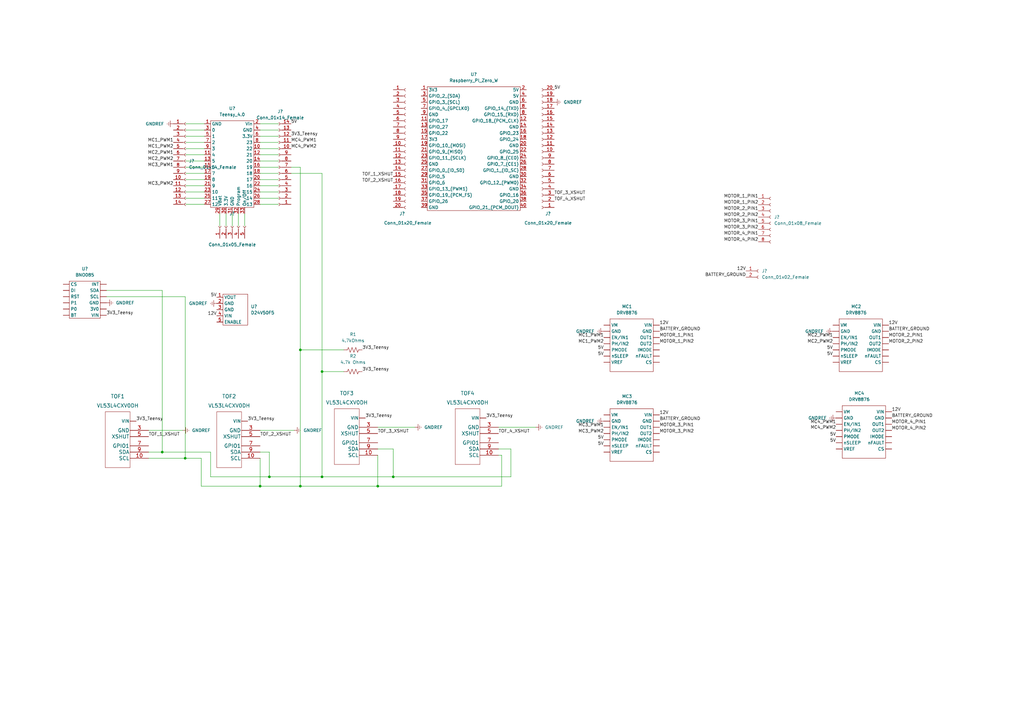
<source format=kicad_sch>
(kicad_sch (version 20211123) (generator eeschema)

  (uuid 3c5ff4cf-3d30-40bd-b8a7-47cbed9e2982)

  (paper "A3")

  (lib_symbols
    (symbol "Connector:Conn_01x02_Female" (pin_names (offset 1.016) hide) (in_bom yes) (on_board yes)
      (property "Reference" "J" (id 0) (at 0 2.54 0)
        (effects (font (size 1.27 1.27)))
      )
      (property "Value" "Conn_01x02_Female" (id 1) (at 0 -5.08 0)
        (effects (font (size 1.27 1.27)))
      )
      (property "Footprint" "" (id 2) (at 0 0 0)
        (effects (font (size 1.27 1.27)) hide)
      )
      (property "Datasheet" "~" (id 3) (at 0 0 0)
        (effects (font (size 1.27 1.27)) hide)
      )
      (property "ki_keywords" "connector" (id 4) (at 0 0 0)
        (effects (font (size 1.27 1.27)) hide)
      )
      (property "ki_description" "Generic connector, single row, 01x02, script generated (kicad-library-utils/schlib/autogen/connector/)" (id 5) (at 0 0 0)
        (effects (font (size 1.27 1.27)) hide)
      )
      (property "ki_fp_filters" "Connector*:*_1x??_*" (id 6) (at 0 0 0)
        (effects (font (size 1.27 1.27)) hide)
      )
      (symbol "Conn_01x02_Female_1_1"
        (arc (start 0 -2.032) (mid -0.508 -2.54) (end 0 -3.048)
          (stroke (width 0.1524) (type default) (color 0 0 0 0))
          (fill (type none))
        )
        (polyline
          (pts
            (xy -1.27 -2.54)
            (xy -0.508 -2.54)
          )
          (stroke (width 0.1524) (type default) (color 0 0 0 0))
          (fill (type none))
        )
        (polyline
          (pts
            (xy -1.27 0)
            (xy -0.508 0)
          )
          (stroke (width 0.1524) (type default) (color 0 0 0 0))
          (fill (type none))
        )
        (arc (start 0 0.508) (mid -0.508 0) (end 0 -0.508)
          (stroke (width 0.1524) (type default) (color 0 0 0 0))
          (fill (type none))
        )
        (pin passive line (at -5.08 0 0) (length 3.81)
          (name "Pin_1" (effects (font (size 1.27 1.27))))
          (number "1" (effects (font (size 1.27 1.27))))
        )
        (pin passive line (at -5.08 -2.54 0) (length 3.81)
          (name "Pin_2" (effects (font (size 1.27 1.27))))
          (number "2" (effects (font (size 1.27 1.27))))
        )
      )
    )
    (symbol "Connector:Conn_01x05_Female" (pin_names (offset 1.016) hide) (in_bom yes) (on_board yes)
      (property "Reference" "J" (id 0) (at 0 7.62 0)
        (effects (font (size 1.27 1.27)))
      )
      (property "Value" "Conn_01x05_Female" (id 1) (at 0 -7.62 0)
        (effects (font (size 1.27 1.27)))
      )
      (property "Footprint" "" (id 2) (at 0 0 0)
        (effects (font (size 1.27 1.27)) hide)
      )
      (property "Datasheet" "~" (id 3) (at 0 0 0)
        (effects (font (size 1.27 1.27)) hide)
      )
      (property "ki_keywords" "connector" (id 4) (at 0 0 0)
        (effects (font (size 1.27 1.27)) hide)
      )
      (property "ki_description" "Generic connector, single row, 01x05, script generated (kicad-library-utils/schlib/autogen/connector/)" (id 5) (at 0 0 0)
        (effects (font (size 1.27 1.27)) hide)
      )
      (property "ki_fp_filters" "Connector*:*_1x??_*" (id 6) (at 0 0 0)
        (effects (font (size 1.27 1.27)) hide)
      )
      (symbol "Conn_01x05_Female_1_1"
        (arc (start 0 -4.572) (mid -0.508 -5.08) (end 0 -5.588)
          (stroke (width 0.1524) (type default) (color 0 0 0 0))
          (fill (type none))
        )
        (arc (start 0 -2.032) (mid -0.508 -2.54) (end 0 -3.048)
          (stroke (width 0.1524) (type default) (color 0 0 0 0))
          (fill (type none))
        )
        (polyline
          (pts
            (xy -1.27 -5.08)
            (xy -0.508 -5.08)
          )
          (stroke (width 0.1524) (type default) (color 0 0 0 0))
          (fill (type none))
        )
        (polyline
          (pts
            (xy -1.27 -2.54)
            (xy -0.508 -2.54)
          )
          (stroke (width 0.1524) (type default) (color 0 0 0 0))
          (fill (type none))
        )
        (polyline
          (pts
            (xy -1.27 0)
            (xy -0.508 0)
          )
          (stroke (width 0.1524) (type default) (color 0 0 0 0))
          (fill (type none))
        )
        (polyline
          (pts
            (xy -1.27 2.54)
            (xy -0.508 2.54)
          )
          (stroke (width 0.1524) (type default) (color 0 0 0 0))
          (fill (type none))
        )
        (polyline
          (pts
            (xy -1.27 5.08)
            (xy -0.508 5.08)
          )
          (stroke (width 0.1524) (type default) (color 0 0 0 0))
          (fill (type none))
        )
        (arc (start 0 0.508) (mid -0.508 0) (end 0 -0.508)
          (stroke (width 0.1524) (type default) (color 0 0 0 0))
          (fill (type none))
        )
        (arc (start 0 3.048) (mid -0.508 2.54) (end 0 2.032)
          (stroke (width 0.1524) (type default) (color 0 0 0 0))
          (fill (type none))
        )
        (arc (start 0 5.588) (mid -0.508 5.08) (end 0 4.572)
          (stroke (width 0.1524) (type default) (color 0 0 0 0))
          (fill (type none))
        )
        (pin passive line (at -5.08 5.08 0) (length 3.81)
          (name "Pin_1" (effects (font (size 1.27 1.27))))
          (number "1" (effects (font (size 1.27 1.27))))
        )
        (pin passive line (at -5.08 2.54 0) (length 3.81)
          (name "Pin_2" (effects (font (size 1.27 1.27))))
          (number "2" (effects (font (size 1.27 1.27))))
        )
        (pin passive line (at -5.08 0 0) (length 3.81)
          (name "Pin_3" (effects (font (size 1.27 1.27))))
          (number "3" (effects (font (size 1.27 1.27))))
        )
        (pin passive line (at -5.08 -2.54 0) (length 3.81)
          (name "Pin_4" (effects (font (size 1.27 1.27))))
          (number "4" (effects (font (size 1.27 1.27))))
        )
        (pin passive line (at -5.08 -5.08 0) (length 3.81)
          (name "Pin_5" (effects (font (size 1.27 1.27))))
          (number "5" (effects (font (size 1.27 1.27))))
        )
      )
    )
    (symbol "Connector:Conn_01x08_Female" (pin_names (offset 1.016) hide) (in_bom yes) (on_board yes)
      (property "Reference" "J" (id 0) (at 0 10.16 0)
        (effects (font (size 1.27 1.27)))
      )
      (property "Value" "Conn_01x08_Female" (id 1) (at 0 -12.7 0)
        (effects (font (size 1.27 1.27)))
      )
      (property "Footprint" "" (id 2) (at 0 0 0)
        (effects (font (size 1.27 1.27)) hide)
      )
      (property "Datasheet" "~" (id 3) (at 0 0 0)
        (effects (font (size 1.27 1.27)) hide)
      )
      (property "ki_keywords" "connector" (id 4) (at 0 0 0)
        (effects (font (size 1.27 1.27)) hide)
      )
      (property "ki_description" "Generic connector, single row, 01x08, script generated (kicad-library-utils/schlib/autogen/connector/)" (id 5) (at 0 0 0)
        (effects (font (size 1.27 1.27)) hide)
      )
      (property "ki_fp_filters" "Connector*:*_1x??_*" (id 6) (at 0 0 0)
        (effects (font (size 1.27 1.27)) hide)
      )
      (symbol "Conn_01x08_Female_1_1"
        (arc (start 0 -9.652) (mid -0.508 -10.16) (end 0 -10.668)
          (stroke (width 0.1524) (type default) (color 0 0 0 0))
          (fill (type none))
        )
        (arc (start 0 -7.112) (mid -0.508 -7.62) (end 0 -8.128)
          (stroke (width 0.1524) (type default) (color 0 0 0 0))
          (fill (type none))
        )
        (arc (start 0 -4.572) (mid -0.508 -5.08) (end 0 -5.588)
          (stroke (width 0.1524) (type default) (color 0 0 0 0))
          (fill (type none))
        )
        (arc (start 0 -2.032) (mid -0.508 -2.54) (end 0 -3.048)
          (stroke (width 0.1524) (type default) (color 0 0 0 0))
          (fill (type none))
        )
        (polyline
          (pts
            (xy -1.27 -10.16)
            (xy -0.508 -10.16)
          )
          (stroke (width 0.1524) (type default) (color 0 0 0 0))
          (fill (type none))
        )
        (polyline
          (pts
            (xy -1.27 -7.62)
            (xy -0.508 -7.62)
          )
          (stroke (width 0.1524) (type default) (color 0 0 0 0))
          (fill (type none))
        )
        (polyline
          (pts
            (xy -1.27 -5.08)
            (xy -0.508 -5.08)
          )
          (stroke (width 0.1524) (type default) (color 0 0 0 0))
          (fill (type none))
        )
        (polyline
          (pts
            (xy -1.27 -2.54)
            (xy -0.508 -2.54)
          )
          (stroke (width 0.1524) (type default) (color 0 0 0 0))
          (fill (type none))
        )
        (polyline
          (pts
            (xy -1.27 0)
            (xy -0.508 0)
          )
          (stroke (width 0.1524) (type default) (color 0 0 0 0))
          (fill (type none))
        )
        (polyline
          (pts
            (xy -1.27 2.54)
            (xy -0.508 2.54)
          )
          (stroke (width 0.1524) (type default) (color 0 0 0 0))
          (fill (type none))
        )
        (polyline
          (pts
            (xy -1.27 5.08)
            (xy -0.508 5.08)
          )
          (stroke (width 0.1524) (type default) (color 0 0 0 0))
          (fill (type none))
        )
        (polyline
          (pts
            (xy -1.27 7.62)
            (xy -0.508 7.62)
          )
          (stroke (width 0.1524) (type default) (color 0 0 0 0))
          (fill (type none))
        )
        (arc (start 0 0.508) (mid -0.508 0) (end 0 -0.508)
          (stroke (width 0.1524) (type default) (color 0 0 0 0))
          (fill (type none))
        )
        (arc (start 0 3.048) (mid -0.508 2.54) (end 0 2.032)
          (stroke (width 0.1524) (type default) (color 0 0 0 0))
          (fill (type none))
        )
        (arc (start 0 5.588) (mid -0.508 5.08) (end 0 4.572)
          (stroke (width 0.1524) (type default) (color 0 0 0 0))
          (fill (type none))
        )
        (arc (start 0 8.128) (mid -0.508 7.62) (end 0 7.112)
          (stroke (width 0.1524) (type default) (color 0 0 0 0))
          (fill (type none))
        )
        (pin passive line (at -5.08 7.62 0) (length 3.81)
          (name "Pin_1" (effects (font (size 1.27 1.27))))
          (number "1" (effects (font (size 1.27 1.27))))
        )
        (pin passive line (at -5.08 5.08 0) (length 3.81)
          (name "Pin_2" (effects (font (size 1.27 1.27))))
          (number "2" (effects (font (size 1.27 1.27))))
        )
        (pin passive line (at -5.08 2.54 0) (length 3.81)
          (name "Pin_3" (effects (font (size 1.27 1.27))))
          (number "3" (effects (font (size 1.27 1.27))))
        )
        (pin passive line (at -5.08 0 0) (length 3.81)
          (name "Pin_4" (effects (font (size 1.27 1.27))))
          (number "4" (effects (font (size 1.27 1.27))))
        )
        (pin passive line (at -5.08 -2.54 0) (length 3.81)
          (name "Pin_5" (effects (font (size 1.27 1.27))))
          (number "5" (effects (font (size 1.27 1.27))))
        )
        (pin passive line (at -5.08 -5.08 0) (length 3.81)
          (name "Pin_6" (effects (font (size 1.27 1.27))))
          (number "6" (effects (font (size 1.27 1.27))))
        )
        (pin passive line (at -5.08 -7.62 0) (length 3.81)
          (name "Pin_7" (effects (font (size 1.27 1.27))))
          (number "7" (effects (font (size 1.27 1.27))))
        )
        (pin passive line (at -5.08 -10.16 0) (length 3.81)
          (name "Pin_8" (effects (font (size 1.27 1.27))))
          (number "8" (effects (font (size 1.27 1.27))))
        )
      )
    )
    (symbol "Connector:Conn_01x14_Female" (pin_names (offset 1.016) hide) (in_bom yes) (on_board yes)
      (property "Reference" "J" (id 0) (at 0 17.78 0)
        (effects (font (size 1.27 1.27)))
      )
      (property "Value" "Conn_01x14_Female" (id 1) (at 0 -20.32 0)
        (effects (font (size 1.27 1.27)))
      )
      (property "Footprint" "" (id 2) (at 0 0 0)
        (effects (font (size 1.27 1.27)) hide)
      )
      (property "Datasheet" "~" (id 3) (at 0 0 0)
        (effects (font (size 1.27 1.27)) hide)
      )
      (property "ki_keywords" "connector" (id 4) (at 0 0 0)
        (effects (font (size 1.27 1.27)) hide)
      )
      (property "ki_description" "Generic connector, single row, 01x14, script generated (kicad-library-utils/schlib/autogen/connector/)" (id 5) (at 0 0 0)
        (effects (font (size 1.27 1.27)) hide)
      )
      (property "ki_fp_filters" "Connector*:*_1x??_*" (id 6) (at 0 0 0)
        (effects (font (size 1.27 1.27)) hide)
      )
      (symbol "Conn_01x14_Female_1_1"
        (arc (start 0 -17.272) (mid -0.508 -17.78) (end 0 -18.288)
          (stroke (width 0.1524) (type default) (color 0 0 0 0))
          (fill (type none))
        )
        (arc (start 0 -14.732) (mid -0.508 -15.24) (end 0 -15.748)
          (stroke (width 0.1524) (type default) (color 0 0 0 0))
          (fill (type none))
        )
        (arc (start 0 -12.192) (mid -0.508 -12.7) (end 0 -13.208)
          (stroke (width 0.1524) (type default) (color 0 0 0 0))
          (fill (type none))
        )
        (arc (start 0 -9.652) (mid -0.508 -10.16) (end 0 -10.668)
          (stroke (width 0.1524) (type default) (color 0 0 0 0))
          (fill (type none))
        )
        (arc (start 0 -7.112) (mid -0.508 -7.62) (end 0 -8.128)
          (stroke (width 0.1524) (type default) (color 0 0 0 0))
          (fill (type none))
        )
        (arc (start 0 -4.572) (mid -0.508 -5.08) (end 0 -5.588)
          (stroke (width 0.1524) (type default) (color 0 0 0 0))
          (fill (type none))
        )
        (arc (start 0 -2.032) (mid -0.508 -2.54) (end 0 -3.048)
          (stroke (width 0.1524) (type default) (color 0 0 0 0))
          (fill (type none))
        )
        (polyline
          (pts
            (xy -1.27 -17.78)
            (xy -0.508 -17.78)
          )
          (stroke (width 0.1524) (type default) (color 0 0 0 0))
          (fill (type none))
        )
        (polyline
          (pts
            (xy -1.27 -15.24)
            (xy -0.508 -15.24)
          )
          (stroke (width 0.1524) (type default) (color 0 0 0 0))
          (fill (type none))
        )
        (polyline
          (pts
            (xy -1.27 -12.7)
            (xy -0.508 -12.7)
          )
          (stroke (width 0.1524) (type default) (color 0 0 0 0))
          (fill (type none))
        )
        (polyline
          (pts
            (xy -1.27 -10.16)
            (xy -0.508 -10.16)
          )
          (stroke (width 0.1524) (type default) (color 0 0 0 0))
          (fill (type none))
        )
        (polyline
          (pts
            (xy -1.27 -7.62)
            (xy -0.508 -7.62)
          )
          (stroke (width 0.1524) (type default) (color 0 0 0 0))
          (fill (type none))
        )
        (polyline
          (pts
            (xy -1.27 -5.08)
            (xy -0.508 -5.08)
          )
          (stroke (width 0.1524) (type default) (color 0 0 0 0))
          (fill (type none))
        )
        (polyline
          (pts
            (xy -1.27 -2.54)
            (xy -0.508 -2.54)
          )
          (stroke (width 0.1524) (type default) (color 0 0 0 0))
          (fill (type none))
        )
        (polyline
          (pts
            (xy -1.27 0)
            (xy -0.508 0)
          )
          (stroke (width 0.1524) (type default) (color 0 0 0 0))
          (fill (type none))
        )
        (polyline
          (pts
            (xy -1.27 2.54)
            (xy -0.508 2.54)
          )
          (stroke (width 0.1524) (type default) (color 0 0 0 0))
          (fill (type none))
        )
        (polyline
          (pts
            (xy -1.27 5.08)
            (xy -0.508 5.08)
          )
          (stroke (width 0.1524) (type default) (color 0 0 0 0))
          (fill (type none))
        )
        (polyline
          (pts
            (xy -1.27 7.62)
            (xy -0.508 7.62)
          )
          (stroke (width 0.1524) (type default) (color 0 0 0 0))
          (fill (type none))
        )
        (polyline
          (pts
            (xy -1.27 10.16)
            (xy -0.508 10.16)
          )
          (stroke (width 0.1524) (type default) (color 0 0 0 0))
          (fill (type none))
        )
        (polyline
          (pts
            (xy -1.27 12.7)
            (xy -0.508 12.7)
          )
          (stroke (width 0.1524) (type default) (color 0 0 0 0))
          (fill (type none))
        )
        (polyline
          (pts
            (xy -1.27 15.24)
            (xy -0.508 15.24)
          )
          (stroke (width 0.1524) (type default) (color 0 0 0 0))
          (fill (type none))
        )
        (arc (start 0 0.508) (mid -0.508 0) (end 0 -0.508)
          (stroke (width 0.1524) (type default) (color 0 0 0 0))
          (fill (type none))
        )
        (arc (start 0 3.048) (mid -0.508 2.54) (end 0 2.032)
          (stroke (width 0.1524) (type default) (color 0 0 0 0))
          (fill (type none))
        )
        (arc (start 0 5.588) (mid -0.508 5.08) (end 0 4.572)
          (stroke (width 0.1524) (type default) (color 0 0 0 0))
          (fill (type none))
        )
        (arc (start 0 8.128) (mid -0.508 7.62) (end 0 7.112)
          (stroke (width 0.1524) (type default) (color 0 0 0 0))
          (fill (type none))
        )
        (arc (start 0 10.668) (mid -0.508 10.16) (end 0 9.652)
          (stroke (width 0.1524) (type default) (color 0 0 0 0))
          (fill (type none))
        )
        (arc (start 0 13.208) (mid -0.508 12.7) (end 0 12.192)
          (stroke (width 0.1524) (type default) (color 0 0 0 0))
          (fill (type none))
        )
        (arc (start 0 15.748) (mid -0.508 15.24) (end 0 14.732)
          (stroke (width 0.1524) (type default) (color 0 0 0 0))
          (fill (type none))
        )
        (pin passive line (at -5.08 15.24 0) (length 3.81)
          (name "Pin_1" (effects (font (size 1.27 1.27))))
          (number "1" (effects (font (size 1.27 1.27))))
        )
        (pin passive line (at -5.08 -7.62 0) (length 3.81)
          (name "Pin_10" (effects (font (size 1.27 1.27))))
          (number "10" (effects (font (size 1.27 1.27))))
        )
        (pin passive line (at -5.08 -10.16 0) (length 3.81)
          (name "Pin_11" (effects (font (size 1.27 1.27))))
          (number "11" (effects (font (size 1.27 1.27))))
        )
        (pin passive line (at -5.08 -12.7 0) (length 3.81)
          (name "Pin_12" (effects (font (size 1.27 1.27))))
          (number "12" (effects (font (size 1.27 1.27))))
        )
        (pin passive line (at -5.08 -15.24 0) (length 3.81)
          (name "Pin_13" (effects (font (size 1.27 1.27))))
          (number "13" (effects (font (size 1.27 1.27))))
        )
        (pin passive line (at -5.08 -17.78 0) (length 3.81)
          (name "Pin_14" (effects (font (size 1.27 1.27))))
          (number "14" (effects (font (size 1.27 1.27))))
        )
        (pin passive line (at -5.08 12.7 0) (length 3.81)
          (name "Pin_2" (effects (font (size 1.27 1.27))))
          (number "2" (effects (font (size 1.27 1.27))))
        )
        (pin passive line (at -5.08 10.16 0) (length 3.81)
          (name "Pin_3" (effects (font (size 1.27 1.27))))
          (number "3" (effects (font (size 1.27 1.27))))
        )
        (pin passive line (at -5.08 7.62 0) (length 3.81)
          (name "Pin_4" (effects (font (size 1.27 1.27))))
          (number "4" (effects (font (size 1.27 1.27))))
        )
        (pin passive line (at -5.08 5.08 0) (length 3.81)
          (name "Pin_5" (effects (font (size 1.27 1.27))))
          (number "5" (effects (font (size 1.27 1.27))))
        )
        (pin passive line (at -5.08 2.54 0) (length 3.81)
          (name "Pin_6" (effects (font (size 1.27 1.27))))
          (number "6" (effects (font (size 1.27 1.27))))
        )
        (pin passive line (at -5.08 0 0) (length 3.81)
          (name "Pin_7" (effects (font (size 1.27 1.27))))
          (number "7" (effects (font (size 1.27 1.27))))
        )
        (pin passive line (at -5.08 -2.54 0) (length 3.81)
          (name "Pin_8" (effects (font (size 1.27 1.27))))
          (number "8" (effects (font (size 1.27 1.27))))
        )
        (pin passive line (at -5.08 -5.08 0) (length 3.81)
          (name "Pin_9" (effects (font (size 1.27 1.27))))
          (number "9" (effects (font (size 1.27 1.27))))
        )
      )
    )
    (symbol "Connector:Conn_01x20_Female" (pin_names (offset 1.016) hide) (in_bom yes) (on_board yes)
      (property "Reference" "J" (id 0) (at 0 25.4 0)
        (effects (font (size 1.27 1.27)))
      )
      (property "Value" "Conn_01x20_Female" (id 1) (at 0 -27.94 0)
        (effects (font (size 1.27 1.27)))
      )
      (property "Footprint" "" (id 2) (at 0 0 0)
        (effects (font (size 1.27 1.27)) hide)
      )
      (property "Datasheet" "~" (id 3) (at 0 0 0)
        (effects (font (size 1.27 1.27)) hide)
      )
      (property "ki_keywords" "connector" (id 4) (at 0 0 0)
        (effects (font (size 1.27 1.27)) hide)
      )
      (property "ki_description" "Generic connector, single row, 01x20, script generated (kicad-library-utils/schlib/autogen/connector/)" (id 5) (at 0 0 0)
        (effects (font (size 1.27 1.27)) hide)
      )
      (property "ki_fp_filters" "Connector*:*_1x??_*" (id 6) (at 0 0 0)
        (effects (font (size 1.27 1.27)) hide)
      )
      (symbol "Conn_01x20_Female_1_1"
        (arc (start 0 -24.892) (mid -0.508 -25.4) (end 0 -25.908)
          (stroke (width 0.1524) (type default) (color 0 0 0 0))
          (fill (type none))
        )
        (arc (start 0 -22.352) (mid -0.508 -22.86) (end 0 -23.368)
          (stroke (width 0.1524) (type default) (color 0 0 0 0))
          (fill (type none))
        )
        (arc (start 0 -19.812) (mid -0.508 -20.32) (end 0 -20.828)
          (stroke (width 0.1524) (type default) (color 0 0 0 0))
          (fill (type none))
        )
        (arc (start 0 -17.272) (mid -0.508 -17.78) (end 0 -18.288)
          (stroke (width 0.1524) (type default) (color 0 0 0 0))
          (fill (type none))
        )
        (arc (start 0 -14.732) (mid -0.508 -15.24) (end 0 -15.748)
          (stroke (width 0.1524) (type default) (color 0 0 0 0))
          (fill (type none))
        )
        (arc (start 0 -12.192) (mid -0.508 -12.7) (end 0 -13.208)
          (stroke (width 0.1524) (type default) (color 0 0 0 0))
          (fill (type none))
        )
        (arc (start 0 -9.652) (mid -0.508 -10.16) (end 0 -10.668)
          (stroke (width 0.1524) (type default) (color 0 0 0 0))
          (fill (type none))
        )
        (arc (start 0 -7.112) (mid -0.508 -7.62) (end 0 -8.128)
          (stroke (width 0.1524) (type default) (color 0 0 0 0))
          (fill (type none))
        )
        (arc (start 0 -4.572) (mid -0.508 -5.08) (end 0 -5.588)
          (stroke (width 0.1524) (type default) (color 0 0 0 0))
          (fill (type none))
        )
        (arc (start 0 -2.032) (mid -0.508 -2.54) (end 0 -3.048)
          (stroke (width 0.1524) (type default) (color 0 0 0 0))
          (fill (type none))
        )
        (polyline
          (pts
            (xy -1.27 -25.4)
            (xy -0.508 -25.4)
          )
          (stroke (width 0.1524) (type default) (color 0 0 0 0))
          (fill (type none))
        )
        (polyline
          (pts
            (xy -1.27 -22.86)
            (xy -0.508 -22.86)
          )
          (stroke (width 0.1524) (type default) (color 0 0 0 0))
          (fill (type none))
        )
        (polyline
          (pts
            (xy -1.27 -20.32)
            (xy -0.508 -20.32)
          )
          (stroke (width 0.1524) (type default) (color 0 0 0 0))
          (fill (type none))
        )
        (polyline
          (pts
            (xy -1.27 -17.78)
            (xy -0.508 -17.78)
          )
          (stroke (width 0.1524) (type default) (color 0 0 0 0))
          (fill (type none))
        )
        (polyline
          (pts
            (xy -1.27 -15.24)
            (xy -0.508 -15.24)
          )
          (stroke (width 0.1524) (type default) (color 0 0 0 0))
          (fill (type none))
        )
        (polyline
          (pts
            (xy -1.27 -12.7)
            (xy -0.508 -12.7)
          )
          (stroke (width 0.1524) (type default) (color 0 0 0 0))
          (fill (type none))
        )
        (polyline
          (pts
            (xy -1.27 -10.16)
            (xy -0.508 -10.16)
          )
          (stroke (width 0.1524) (type default) (color 0 0 0 0))
          (fill (type none))
        )
        (polyline
          (pts
            (xy -1.27 -7.62)
            (xy -0.508 -7.62)
          )
          (stroke (width 0.1524) (type default) (color 0 0 0 0))
          (fill (type none))
        )
        (polyline
          (pts
            (xy -1.27 -5.08)
            (xy -0.508 -5.08)
          )
          (stroke (width 0.1524) (type default) (color 0 0 0 0))
          (fill (type none))
        )
        (polyline
          (pts
            (xy -1.27 -2.54)
            (xy -0.508 -2.54)
          )
          (stroke (width 0.1524) (type default) (color 0 0 0 0))
          (fill (type none))
        )
        (polyline
          (pts
            (xy -1.27 0)
            (xy -0.508 0)
          )
          (stroke (width 0.1524) (type default) (color 0 0 0 0))
          (fill (type none))
        )
        (polyline
          (pts
            (xy -1.27 2.54)
            (xy -0.508 2.54)
          )
          (stroke (width 0.1524) (type default) (color 0 0 0 0))
          (fill (type none))
        )
        (polyline
          (pts
            (xy -1.27 5.08)
            (xy -0.508 5.08)
          )
          (stroke (width 0.1524) (type default) (color 0 0 0 0))
          (fill (type none))
        )
        (polyline
          (pts
            (xy -1.27 7.62)
            (xy -0.508 7.62)
          )
          (stroke (width 0.1524) (type default) (color 0 0 0 0))
          (fill (type none))
        )
        (polyline
          (pts
            (xy -1.27 10.16)
            (xy -0.508 10.16)
          )
          (stroke (width 0.1524) (type default) (color 0 0 0 0))
          (fill (type none))
        )
        (polyline
          (pts
            (xy -1.27 12.7)
            (xy -0.508 12.7)
          )
          (stroke (width 0.1524) (type default) (color 0 0 0 0))
          (fill (type none))
        )
        (polyline
          (pts
            (xy -1.27 15.24)
            (xy -0.508 15.24)
          )
          (stroke (width 0.1524) (type default) (color 0 0 0 0))
          (fill (type none))
        )
        (polyline
          (pts
            (xy -1.27 17.78)
            (xy -0.508 17.78)
          )
          (stroke (width 0.1524) (type default) (color 0 0 0 0))
          (fill (type none))
        )
        (polyline
          (pts
            (xy -1.27 20.32)
            (xy -0.508 20.32)
          )
          (stroke (width 0.1524) (type default) (color 0 0 0 0))
          (fill (type none))
        )
        (polyline
          (pts
            (xy -1.27 22.86)
            (xy -0.508 22.86)
          )
          (stroke (width 0.1524) (type default) (color 0 0 0 0))
          (fill (type none))
        )
        (arc (start 0 0.508) (mid -0.508 0) (end 0 -0.508)
          (stroke (width 0.1524) (type default) (color 0 0 0 0))
          (fill (type none))
        )
        (arc (start 0 3.048) (mid -0.508 2.54) (end 0 2.032)
          (stroke (width 0.1524) (type default) (color 0 0 0 0))
          (fill (type none))
        )
        (arc (start 0 5.588) (mid -0.508 5.08) (end 0 4.572)
          (stroke (width 0.1524) (type default) (color 0 0 0 0))
          (fill (type none))
        )
        (arc (start 0 8.128) (mid -0.508 7.62) (end 0 7.112)
          (stroke (width 0.1524) (type default) (color 0 0 0 0))
          (fill (type none))
        )
        (arc (start 0 10.668) (mid -0.508 10.16) (end 0 9.652)
          (stroke (width 0.1524) (type default) (color 0 0 0 0))
          (fill (type none))
        )
        (arc (start 0 13.208) (mid -0.508 12.7) (end 0 12.192)
          (stroke (width 0.1524) (type default) (color 0 0 0 0))
          (fill (type none))
        )
        (arc (start 0 15.748) (mid -0.508 15.24) (end 0 14.732)
          (stroke (width 0.1524) (type default) (color 0 0 0 0))
          (fill (type none))
        )
        (arc (start 0 18.288) (mid -0.508 17.78) (end 0 17.272)
          (stroke (width 0.1524) (type default) (color 0 0 0 0))
          (fill (type none))
        )
        (arc (start 0 20.828) (mid -0.508 20.32) (end 0 19.812)
          (stroke (width 0.1524) (type default) (color 0 0 0 0))
          (fill (type none))
        )
        (arc (start 0 23.368) (mid -0.508 22.86) (end 0 22.352)
          (stroke (width 0.1524) (type default) (color 0 0 0 0))
          (fill (type none))
        )
        (pin passive line (at -5.08 22.86 0) (length 3.81)
          (name "Pin_1" (effects (font (size 1.27 1.27))))
          (number "1" (effects (font (size 1.27 1.27))))
        )
        (pin passive line (at -5.08 0 0) (length 3.81)
          (name "Pin_10" (effects (font (size 1.27 1.27))))
          (number "10" (effects (font (size 1.27 1.27))))
        )
        (pin passive line (at -5.08 -2.54 0) (length 3.81)
          (name "Pin_11" (effects (font (size 1.27 1.27))))
          (number "11" (effects (font (size 1.27 1.27))))
        )
        (pin passive line (at -5.08 -5.08 0) (length 3.81)
          (name "Pin_12" (effects (font (size 1.27 1.27))))
          (number "12" (effects (font (size 1.27 1.27))))
        )
        (pin passive line (at -5.08 -7.62 0) (length 3.81)
          (name "Pin_13" (effects (font (size 1.27 1.27))))
          (number "13" (effects (font (size 1.27 1.27))))
        )
        (pin passive line (at -5.08 -10.16 0) (length 3.81)
          (name "Pin_14" (effects (font (size 1.27 1.27))))
          (number "14" (effects (font (size 1.27 1.27))))
        )
        (pin passive line (at -5.08 -12.7 0) (length 3.81)
          (name "Pin_15" (effects (font (size 1.27 1.27))))
          (number "15" (effects (font (size 1.27 1.27))))
        )
        (pin passive line (at -5.08 -15.24 0) (length 3.81)
          (name "Pin_16" (effects (font (size 1.27 1.27))))
          (number "16" (effects (font (size 1.27 1.27))))
        )
        (pin passive line (at -5.08 -17.78 0) (length 3.81)
          (name "Pin_17" (effects (font (size 1.27 1.27))))
          (number "17" (effects (font (size 1.27 1.27))))
        )
        (pin passive line (at -5.08 -20.32 0) (length 3.81)
          (name "Pin_18" (effects (font (size 1.27 1.27))))
          (number "18" (effects (font (size 1.27 1.27))))
        )
        (pin passive line (at -5.08 -22.86 0) (length 3.81)
          (name "Pin_19" (effects (font (size 1.27 1.27))))
          (number "19" (effects (font (size 1.27 1.27))))
        )
        (pin passive line (at -5.08 20.32 0) (length 3.81)
          (name "Pin_2" (effects (font (size 1.27 1.27))))
          (number "2" (effects (font (size 1.27 1.27))))
        )
        (pin passive line (at -5.08 -25.4 0) (length 3.81)
          (name "Pin_20" (effects (font (size 1.27 1.27))))
          (number "20" (effects (font (size 1.27 1.27))))
        )
        (pin passive line (at -5.08 17.78 0) (length 3.81)
          (name "Pin_3" (effects (font (size 1.27 1.27))))
          (number "3" (effects (font (size 1.27 1.27))))
        )
        (pin passive line (at -5.08 15.24 0) (length 3.81)
          (name "Pin_4" (effects (font (size 1.27 1.27))))
          (number "4" (effects (font (size 1.27 1.27))))
        )
        (pin passive line (at -5.08 12.7 0) (length 3.81)
          (name "Pin_5" (effects (font (size 1.27 1.27))))
          (number "5" (effects (font (size 1.27 1.27))))
        )
        (pin passive line (at -5.08 10.16 0) (length 3.81)
          (name "Pin_6" (effects (font (size 1.27 1.27))))
          (number "6" (effects (font (size 1.27 1.27))))
        )
        (pin passive line (at -5.08 7.62 0) (length 3.81)
          (name "Pin_7" (effects (font (size 1.27 1.27))))
          (number "7" (effects (font (size 1.27 1.27))))
        )
        (pin passive line (at -5.08 5.08 0) (length 3.81)
          (name "Pin_8" (effects (font (size 1.27 1.27))))
          (number "8" (effects (font (size 1.27 1.27))))
        )
        (pin passive line (at -5.08 2.54 0) (length 3.81)
          (name "Pin_9" (effects (font (size 1.27 1.27))))
          (number "9" (effects (font (size 1.27 1.27))))
        )
      )
    )
    (symbol "Device:R_US" (pin_numbers hide) (pin_names (offset 0)) (in_bom yes) (on_board yes)
      (property "Reference" "R" (id 0) (at 2.54 0 90)
        (effects (font (size 1.27 1.27)))
      )
      (property "Value" "R_US" (id 1) (at -2.54 0 90)
        (effects (font (size 1.27 1.27)))
      )
      (property "Footprint" "" (id 2) (at 1.016 -0.254 90)
        (effects (font (size 1.27 1.27)) hide)
      )
      (property "Datasheet" "~" (id 3) (at 0 0 0)
        (effects (font (size 1.27 1.27)) hide)
      )
      (property "ki_keywords" "R res resistor" (id 4) (at 0 0 0)
        (effects (font (size 1.27 1.27)) hide)
      )
      (property "ki_description" "Resistor, US symbol" (id 5) (at 0 0 0)
        (effects (font (size 1.27 1.27)) hide)
      )
      (property "ki_fp_filters" "R_*" (id 6) (at 0 0 0)
        (effects (font (size 1.27 1.27)) hide)
      )
      (symbol "R_US_0_1"
        (polyline
          (pts
            (xy 0 -2.286)
            (xy 0 -2.54)
          )
          (stroke (width 0) (type default) (color 0 0 0 0))
          (fill (type none))
        )
        (polyline
          (pts
            (xy 0 2.286)
            (xy 0 2.54)
          )
          (stroke (width 0) (type default) (color 0 0 0 0))
          (fill (type none))
        )
        (polyline
          (pts
            (xy 0 -0.762)
            (xy 1.016 -1.143)
            (xy 0 -1.524)
            (xy -1.016 -1.905)
            (xy 0 -2.286)
          )
          (stroke (width 0) (type default) (color 0 0 0 0))
          (fill (type none))
        )
        (polyline
          (pts
            (xy 0 0.762)
            (xy 1.016 0.381)
            (xy 0 0)
            (xy -1.016 -0.381)
            (xy 0 -0.762)
          )
          (stroke (width 0) (type default) (color 0 0 0 0))
          (fill (type none))
        )
        (polyline
          (pts
            (xy 0 2.286)
            (xy 1.016 1.905)
            (xy 0 1.524)
            (xy -1.016 1.143)
            (xy 0 0.762)
          )
          (stroke (width 0) (type default) (color 0 0 0 0))
          (fill (type none))
        )
      )
      (symbol "R_US_1_1"
        (pin passive line (at 0 3.81 270) (length 1.27)
          (name "~" (effects (font (size 1.27 1.27))))
          (number "1" (effects (font (size 1.27 1.27))))
        )
        (pin passive line (at 0 -3.81 90) (length 1.27)
          (name "~" (effects (font (size 1.27 1.27))))
          (number "2" (effects (font (size 1.27 1.27))))
        )
      )
    )
    (symbol "board1_libs:BNO085" (in_bom yes) (on_board yes)
      (property "Reference" "U" (id 0) (at 0 2.54 0)
        (effects (font (size 1.27 1.27)))
      )
      (property "Value" "BNO085" (id 1) (at 0 0 0)
        (effects (font (size 1.27 1.27)))
      )
      (property "Footprint" "" (id 2) (at 0 0 0)
        (effects (font (size 1.27 1.27)) hide)
      )
      (property "Datasheet" "" (id 3) (at 0 0 0)
        (effects (font (size 1.27 1.27)) hide)
      )
      (symbol "BNO085_0_1"
        (rectangle (start -6.35 -1.27) (end 6.35 -16.51)
          (stroke (width 0) (type default) (color 0 0 0 0))
          (fill (type none))
        )
      )
      (symbol "BNO085_1_1"
        (pin input line (at 8.89 -12.7 180) (length 2.54)
          (name "3V0" (effects (font (size 1.27 1.27))))
          (number "" (effects (font (size 1.27 1.27))))
        )
        (pin input line (at -8.89 -15.24 0) (length 2.54)
          (name "BT" (effects (font (size 1.27 1.27))))
          (number "" (effects (font (size 1.27 1.27))))
        )
        (pin input line (at -8.89 -2.54 0) (length 2.54)
          (name "CS" (effects (font (size 1.27 1.27))))
          (number "" (effects (font (size 1.27 1.27))))
        )
        (pin input line (at -8.89 -5.08 0) (length 2.54)
          (name "DI" (effects (font (size 1.27 1.27))))
          (number "" (effects (font (size 1.27 1.27))))
        )
        (pin input line (at 8.89 -10.16 180) (length 2.54)
          (name "GND" (effects (font (size 1.27 1.27))))
          (number "" (effects (font (size 1.27 1.27))))
        )
        (pin input line (at 8.89 -2.54 180) (length 2.54)
          (name "INT" (effects (font (size 1.27 1.27))))
          (number "" (effects (font (size 1.27 1.27))))
        )
        (pin input line (at -8.89 -12.7 0) (length 2.54)
          (name "P0" (effects (font (size 1.27 1.27))))
          (number "" (effects (font (size 1.27 1.27))))
        )
        (pin input line (at -8.89 -10.16 0) (length 2.54)
          (name "P1" (effects (font (size 1.27 1.27))))
          (number "" (effects (font (size 1.27 1.27))))
        )
        (pin input line (at -8.89 -7.62 0) (length 2.54)
          (name "RST" (effects (font (size 1.27 1.27))))
          (number "" (effects (font (size 1.27 1.27))))
        )
        (pin bidirectional line (at 8.89 -7.62 180) (length 2.54)
          (name "SCL" (effects (font (size 1.27 1.27))))
          (number "" (effects (font (size 1.27 1.27))))
        )
        (pin bidirectional line (at 8.89 -5.08 180) (length 2.54)
          (name "SDA" (effects (font (size 1.27 1.27))))
          (number "" (effects (font (size 1.27 1.27))))
        )
        (pin input line (at 8.89 -15.24 180) (length 2.54)
          (name "VIN" (effects (font (size 1.27 1.27))))
          (number "" (effects (font (size 1.27 1.27))))
        )
      )
    )
    (symbol "board1_libs:D24V50F5" (in_bom yes) (on_board yes)
      (property "Reference" "U" (id 0) (at 0 2.54 0)
        (effects (font (size 1.27 1.27)))
      )
      (property "Value" "D24V50F5" (id 1) (at 0 5.08 0)
        (effects (font (size 1.27 1.27)))
      )
      (property "Footprint" "" (id 2) (at -1.27 0 0)
        (effects (font (size 1.27 1.27)) hide)
      )
      (property "Datasheet" "" (id 3) (at -1.27 0 0)
        (effects (font (size 1.27 1.27)) hide)
      )
      (symbol "D24V50F5_0_1"
        (rectangle (start -5.08 1.27) (end 5.08 -11.43)
          (stroke (width 0) (type default) (color 0 0 0 0))
          (fill (type none))
        )
      )
      (symbol "D24V50F5_1_1"
        (pin output line (at -7.62 0 0) (length 2.54)
          (name "VOUT" (effects (font (size 1.27 1.27))))
          (number "1" (effects (font (size 1.27 1.27))))
        )
        (pin output line (at -7.62 -2.54 0) (length 2.54)
          (name "GND" (effects (font (size 1.27 1.27))))
          (number "2" (effects (font (size 1.27 1.27))))
        )
        (pin output line (at -7.62 -5.08 0) (length 2.54)
          (name "GND" (effects (font (size 1.27 1.27))))
          (number "3" (effects (font (size 1.27 1.27))))
        )
        (pin input line (at -7.62 -7.62 0) (length 2.54)
          (name "VIN" (effects (font (size 1.27 1.27))))
          (number "4" (effects (font (size 1.27 1.27))))
        )
        (pin input line (at -7.62 -10.16 0) (length 2.54)
          (name "ENABLE" (effects (font (size 1.27 1.27))))
          (number "5" (effects (font (size 1.27 1.27))))
        )
      )
    )
    (symbol "board1_libs:DRV8876" (in_bom yes) (on_board yes)
      (property "Reference" "U" (id 0) (at -6.35 -3.81 0)
        (effects (font (size 1.27 1.27)))
      )
      (property "Value" "DRV8876" (id 1) (at -6.35 -6.35 0)
        (effects (font (size 1.27 1.27)))
      )
      (property "Footprint" "" (id 2) (at 0 -3.81 0)
        (effects (font (size 1.27 1.27)) hide)
      )
      (property "Datasheet" "" (id 3) (at 0 -3.81 0)
        (effects (font (size 1.27 1.27)) hide)
      )
      (symbol "DRV8876_0_1"
        (rectangle (start -19.05 -16.51) (end -19.05 -16.51)
          (stroke (width 0) (type default) (color 0 0 0 0))
          (fill (type none))
        )
        (rectangle (start -15.24 -8.89) (end -15.24 -8.89)
          (stroke (width 0) (type default) (color 0 0 0 0))
          (fill (type none))
        )
        (rectangle (start -15.24 -8.89) (end 2.54 -30.48)
          (stroke (width 0) (type default) (color 0 0 0 0))
          (fill (type none))
        )
        (rectangle (start -11.43 -17.78) (end -11.43 -17.78)
          (stroke (width 0) (type default) (color 0 0 0 0))
          (fill (type none))
        )
        (rectangle (start -11.43 -8.89) (end -11.43 -8.89)
          (stroke (width 0) (type default) (color 0 0 0 0))
          (fill (type none))
        )
      )
      (symbol "DRV8876_1_1"
        (pin input line (at 5.08 -26.67 180) (length 2.54)
          (name "CS" (effects (font (size 1.27 1.27))))
          (number "" (effects (font (size 1.27 1.27))))
        )
        (pin input line (at -17.78 -16.51 0) (length 2.54)
          (name "EN/IN1" (effects (font (size 1.27 1.27))))
          (number "" (effects (font (size 1.27 1.27))))
        )
        (pin power_out line (at -17.78 -13.97 0) (length 2.54)
          (name "GND" (effects (font (size 1.27 1.27))))
          (number "" (effects (font (size 1.27 1.27))))
        )
        (pin power_out line (at 5.08 -13.97 180) (length 2.54)
          (name "GND" (effects (font (size 1.27 1.27))))
          (number "" (effects (font (size 1.27 1.27))))
        )
        (pin input line (at 5.08 -21.59 180) (length 2.54)
          (name "IMODE" (effects (font (size 1.27 1.27))))
          (number "" (effects (font (size 1.27 1.27))))
        )
        (pin output line (at 5.08 -16.51 180) (length 2.54)
          (name "OUT1" (effects (font (size 1.27 1.27))))
          (number "" (effects (font (size 1.27 1.27))))
        )
        (pin output line (at 5.08 -19.05 180) (length 2.54)
          (name "OUT2" (effects (font (size 1.27 1.27))))
          (number "" (effects (font (size 1.27 1.27))))
        )
        (pin input line (at -17.78 -19.05 0) (length 2.54)
          (name "PH/IN2" (effects (font (size 1.27 1.27))))
          (number "" (effects (font (size 1.27 1.27))))
        )
        (pin input line (at -17.78 -21.59 0) (length 2.54)
          (name "PMODE" (effects (font (size 1.27 1.27))))
          (number "" (effects (font (size 1.27 1.27))))
        )
        (pin power_in line (at 5.08 -11.43 180) (length 2.54)
          (name "VIN" (effects (font (size 1.27 1.27))))
          (number "" (effects (font (size 1.27 1.27))))
        )
        (pin power_in line (at -17.78 -11.43 0) (length 2.54)
          (name "VM" (effects (font (size 1.27 1.27))))
          (number "" (effects (font (size 1.27 1.27))))
        )
        (pin input line (at -17.78 -26.67 0) (length 2.54)
          (name "VREF" (effects (font (size 1.27 1.27))))
          (number "" (effects (font (size 1.27 1.27))))
        )
        (pin open_emitter line (at 5.08 -24.13 180) (length 2.54)
          (name "nFAULT" (effects (font (size 1.27 1.27))))
          (number "" (effects (font (size 1.27 1.27))))
        )
        (pin input line (at -17.78 -24.13 0) (length 2.54)
          (name "nSLEEP" (effects (font (size 1.27 1.27))))
          (number "" (effects (font (size 1.27 1.27))))
        )
      )
    )
    (symbol "board1_libs:Raspberry_PI_Zero_W" (in_bom yes) (on_board yes)
      (property "Reference" "U" (id 0) (at 0 0 0)
        (effects (font (size 1.27 1.27)))
      )
      (property "Value" "Raspberry_PI_Zero_W" (id 1) (at 0 1.27 0)
        (effects (font (size 1.27 1.27)))
      )
      (property "Footprint" "" (id 2) (at 0 0 0)
        (effects (font (size 1.27 1.27)) hide)
      )
      (property "Datasheet" "" (id 3) (at 0 0 0)
        (effects (font (size 1.27 1.27)) hide)
      )
      (symbol "Raspberry_PI_Zero_W_0_1"
        (rectangle (start -19.05 -1.27) (end 19.05 -52.07)
          (stroke (width 0) (type default) (color 0 0 0 0))
          (fill (type none))
        )
      )
      (symbol "Raspberry_PI_Zero_W_1_1"
        (pin input line (at -21.59 -2.54 0) (length 2.54)
          (name "3V3" (effects (font (size 1.27 1.27))))
          (number "1" (effects (font (size 1.27 1.27))))
        )
        (pin input line (at -21.59 -15.24 0) (length 2.54)
          (name "GPIO_17" (effects (font (size 1.27 1.27))))
          (number "11" (effects (font (size 1.27 1.27))))
        )
        (pin input line (at 21.59 -15.24 180) (length 2.54)
          (name "GPIO_18_(PCM_CLK)" (effects (font (size 1.27 1.27))))
          (number "12" (effects (font (size 1.27 1.27))))
        )
        (pin input line (at -21.59 -17.78 0) (length 2.54)
          (name "GPIO_27" (effects (font (size 1.27 1.27))))
          (number "13" (effects (font (size 1.27 1.27))))
        )
        (pin input line (at 21.59 -17.78 180) (length 2.54)
          (name "GND" (effects (font (size 1.27 1.27))))
          (number "14" (effects (font (size 1.27 1.27))))
        )
        (pin input line (at -21.59 -20.32 0) (length 2.54)
          (name "GPIO_22" (effects (font (size 1.27 1.27))))
          (number "15" (effects (font (size 1.27 1.27))))
        )
        (pin input line (at 21.59 -20.32 180) (length 2.54)
          (name "GPIO_23" (effects (font (size 1.27 1.27))))
          (number "16" (effects (font (size 1.27 1.27))))
        )
        (pin input line (at -21.59 -22.86 0) (length 2.54)
          (name "3V3" (effects (font (size 1.27 1.27))))
          (number "17" (effects (font (size 1.27 1.27))))
        )
        (pin input line (at 21.59 -22.86 180) (length 2.54)
          (name "GPIO_24" (effects (font (size 1.27 1.27))))
          (number "18" (effects (font (size 1.27 1.27))))
        )
        (pin input line (at -21.59 -25.4 0) (length 2.54)
          (name "GPIO_10_(MOSI)" (effects (font (size 1.27 1.27))))
          (number "19" (effects (font (size 1.27 1.27))))
        )
        (pin input line (at 21.59 -2.54 180) (length 2.54)
          (name "5V" (effects (font (size 1.27 1.27))))
          (number "2" (effects (font (size 1.27 1.27))))
        )
        (pin input line (at 21.59 -25.4 180) (length 2.54)
          (name "GND" (effects (font (size 1.27 1.27))))
          (number "20" (effects (font (size 1.27 1.27))))
        )
        (pin input line (at -21.59 -27.94 0) (length 2.54)
          (name "GPIO_9_(MISO)" (effects (font (size 1.27 1.27))))
          (number "21" (effects (font (size 1.27 1.27))))
        )
        (pin input line (at 21.59 -27.94 180) (length 2.54)
          (name "GPIO_25" (effects (font (size 1.27 1.27))))
          (number "22" (effects (font (size 1.27 1.27))))
        )
        (pin input line (at -21.59 -30.48 0) (length 2.54)
          (name "GPIO_11_(SCLK)" (effects (font (size 1.27 1.27))))
          (number "23" (effects (font (size 1.27 1.27))))
        )
        (pin input line (at 21.59 -30.48 180) (length 2.54)
          (name "GPIO_8_(CE0)" (effects (font (size 1.27 1.27))))
          (number "24" (effects (font (size 1.27 1.27))))
        )
        (pin input line (at -21.59 -33.02 0) (length 2.54)
          (name "GND" (effects (font (size 1.27 1.27))))
          (number "25" (effects (font (size 1.27 1.27))))
        )
        (pin input line (at 21.59 -33.02 180) (length 2.54)
          (name "GPIO_7_(CE1)" (effects (font (size 1.27 1.27))))
          (number "26" (effects (font (size 1.27 1.27))))
        )
        (pin input line (at -21.59 -35.56 0) (length 2.54)
          (name "GPIO_0_(ID_SD)" (effects (font (size 1.27 1.27))))
          (number "27" (effects (font (size 1.27 1.27))))
        )
        (pin input line (at 21.59 -35.56 180) (length 2.54)
          (name "GPIO_1_(ID_SC)" (effects (font (size 1.27 1.27))))
          (number "28" (effects (font (size 1.27 1.27))))
        )
        (pin input line (at -21.59 -38.1 0) (length 2.54)
          (name "GPIO_5" (effects (font (size 1.27 1.27))))
          (number "29" (effects (font (size 1.27 1.27))))
        )
        (pin input line (at -21.59 -5.08 0) (length 2.54)
          (name "GPIO_2_(SDA)" (effects (font (size 1.27 1.27))))
          (number "3" (effects (font (size 1.27 1.27))))
        )
        (pin input line (at 21.59 -38.1 180) (length 2.54)
          (name "GND" (effects (font (size 1.27 1.27))))
          (number "30" (effects (font (size 1.27 1.27))))
        )
        (pin input line (at -21.59 -40.64 0) (length 2.54)
          (name "GPIO_6" (effects (font (size 1.27 1.27))))
          (number "31" (effects (font (size 1.27 1.27))))
        )
        (pin input line (at 21.59 -40.64 180) (length 2.54)
          (name "GPIO_12_(PWM0)" (effects (font (size 1.27 1.27))))
          (number "32" (effects (font (size 1.27 1.27))))
        )
        (pin input line (at -21.59 -43.18 0) (length 2.54)
          (name "GPIO_13_(PWM1)" (effects (font (size 1.27 1.27))))
          (number "33" (effects (font (size 1.27 1.27))))
        )
        (pin input line (at 21.59 -43.18 180) (length 2.54)
          (name "GND" (effects (font (size 1.27 1.27))))
          (number "34" (effects (font (size 1.27 1.27))))
        )
        (pin input line (at -21.59 -45.72 0) (length 2.54)
          (name "GPIO_19_(PCM_FS)" (effects (font (size 1.27 1.27))))
          (number "35" (effects (font (size 1.27 1.27))))
        )
        (pin input line (at 21.59 -45.72 180) (length 2.54)
          (name "GPIO_16" (effects (font (size 1.27 1.27))))
          (number "36" (effects (font (size 1.27 1.27))))
        )
        (pin input line (at -21.59 -48.26 0) (length 2.54)
          (name "GPIO_26" (effects (font (size 1.27 1.27))))
          (number "37" (effects (font (size 1.27 1.27))))
        )
        (pin input line (at 21.59 -48.26 180) (length 2.54)
          (name "GPIO_20" (effects (font (size 1.27 1.27))))
          (number "38" (effects (font (size 1.27 1.27))))
        )
        (pin input line (at -21.59 -50.8 0) (length 2.54)
          (name "GND" (effects (font (size 1.27 1.27))))
          (number "39" (effects (font (size 1.27 1.27))))
        )
        (pin input line (at 21.59 -5.08 180) (length 2.54)
          (name "5V" (effects (font (size 1.27 1.27))))
          (number "4" (effects (font (size 1.27 1.27))))
        )
        (pin input line (at 21.59 -50.8 180) (length 2.54)
          (name "GPIO_21_(PCM_DOUT)" (effects (font (size 1.27 1.27))))
          (number "40" (effects (font (size 1.27 1.27))))
        )
        (pin input line (at -21.59 -7.62 0) (length 2.54)
          (name "GPIO_3_(SCL)" (effects (font (size 1.27 1.27))))
          (number "5" (effects (font (size 1.27 1.27))))
        )
        (pin input line (at 21.59 -7.62 180) (length 2.54)
          (name "GND" (effects (font (size 1.27 1.27))))
          (number "6" (effects (font (size 1.27 1.27))))
        )
        (pin input line (at -21.59 -10.16 0) (length 2.54)
          (name "GPIO_4_(GPCLK0)" (effects (font (size 1.27 1.27))))
          (number "7" (effects (font (size 1.27 1.27))))
        )
        (pin input line (at 21.59 -10.16 180) (length 2.54)
          (name "GPIO_14_(TXD)" (effects (font (size 1.27 1.27))))
          (number "8" (effects (font (size 1.27 1.27))))
        )
        (pin input line (at 21.59 -12.7 180) (length 2.54)
          (name "GPIO_15_(RXD)" (effects (font (size 1.27 1.27))))
          (number "8" (effects (font (size 1.27 1.27))))
        )
        (pin input line (at -21.59 -12.7 0) (length 2.54)
          (name "GND" (effects (font (size 1.27 1.27))))
          (number "9" (effects (font (size 1.27 1.27))))
        )
      )
    )
    (symbol "board1_libs:Teensy_4.0" (in_bom yes) (on_board yes)
      (property "Reference" "U" (id 0) (at 0 0 0)
        (effects (font (size 1.27 1.27)))
      )
      (property "Value" "Teensy_4.0" (id 1) (at 0 -1.27 0)
        (effects (font (size 1.27 1.27)))
      )
      (property "Footprint" "" (id 2) (at 0 0 0)
        (effects (font (size 1.27 1.27)) hide)
      )
      (property "Datasheet" "" (id 3) (at 0 0 0)
        (effects (font (size 1.27 1.27)) hide)
      )
      (symbol "Teensy_4.0_0_1"
        (rectangle (start -8.89 -2.54) (end 8.89 -38.1)
          (stroke (width 0) (type default) (color 0 0 0 0))
          (fill (type none))
        )
      )
      (symbol "Teensy_4.0_1_0"
        (pin input line (at 11.43 -6.35 180) (length 2.54)
          (name "GND" (effects (font (size 1.27 1.27))))
          (number "4" (effects (font (size 1.27 1.27))))
        )
      )
      (symbol "Teensy_4.0_1_1"
        (pin input line (at -11.43 -3.81 0) (length 2.54)
          (name "GND" (effects (font (size 1.27 1.27))))
          (number "1" (effects (font (size 1.27 1.27))))
        )
        (pin input line (at 11.43 -13.97 180) (length 2.54)
          (name "22" (effects (font (size 1.27 1.27))))
          (number "10" (effects (font (size 1.27 1.27))))
        )
        (pin input line (at -11.43 -16.51 0) (length 2.54)
          (name "4" (effects (font (size 1.27 1.27))))
          (number "11" (effects (font (size 1.27 1.27))))
        )
        (pin input line (at 11.43 -16.51 180) (length 2.54)
          (name "21" (effects (font (size 1.27 1.27))))
          (number "12" (effects (font (size 1.27 1.27))))
        )
        (pin input line (at -11.43 -19.05 0) (length 2.54)
          (name "5" (effects (font (size 1.27 1.27))))
          (number "13" (effects (font (size 1.27 1.27))))
        )
        (pin input line (at 11.43 -19.05 180) (length 2.54)
          (name "20" (effects (font (size 1.27 1.27))))
          (number "14" (effects (font (size 1.27 1.27))))
        )
        (pin input line (at -11.43 -21.59 0) (length 2.54)
          (name "6" (effects (font (size 1.27 1.27))))
          (number "15" (effects (font (size 1.27 1.27))))
        )
        (pin input line (at 11.43 -21.59 180) (length 2.54)
          (name "19" (effects (font (size 1.27 1.27))))
          (number "16" (effects (font (size 1.27 1.27))))
        )
        (pin input line (at -11.43 -24.13 0) (length 2.54)
          (name "7" (effects (font (size 1.27 1.27))))
          (number "17" (effects (font (size 1.27 1.27))))
        )
        (pin input line (at 11.43 -24.13 180) (length 2.54)
          (name "18" (effects (font (size 1.27 1.27))))
          (number "18" (effects (font (size 1.27 1.27))))
        )
        (pin input line (at -11.43 -26.67 0) (length 2.54)
          (name "8" (effects (font (size 1.27 1.27))))
          (number "19" (effects (font (size 1.27 1.27))))
        )
        (pin input line (at 11.43 -3.81 180) (length 2.54)
          (name "Vin" (effects (font (size 1.27 1.27))))
          (number "2" (effects (font (size 1.27 1.27))))
        )
        (pin input line (at 11.43 -26.67 180) (length 2.54)
          (name "17" (effects (font (size 1.27 1.27))))
          (number "20" (effects (font (size 1.27 1.27))))
        )
        (pin input line (at -11.43 -29.21 0) (length 2.54)
          (name "9" (effects (font (size 1.27 1.27))))
          (number "21" (effects (font (size 1.27 1.27))))
        )
        (pin input line (at 11.43 -29.21 180) (length 2.54)
          (name "16" (effects (font (size 1.27 1.27))))
          (number "22" (effects (font (size 1.27 1.27))))
        )
        (pin input line (at -11.43 -31.75 0) (length 2.54)
          (name "10" (effects (font (size 1.27 1.27))))
          (number "23" (effects (font (size 1.27 1.27))))
        )
        (pin input line (at 11.43 -31.75 180) (length 2.54)
          (name "15" (effects (font (size 1.27 1.27))))
          (number "24" (effects (font (size 1.27 1.27))))
        )
        (pin input line (at -11.43 -34.29 0) (length 2.54)
          (name "11" (effects (font (size 1.27 1.27))))
          (number "25" (effects (font (size 1.27 1.27))))
        )
        (pin input line (at 11.43 -34.29 180) (length 2.54)
          (name "14" (effects (font (size 1.27 1.27))))
          (number "26" (effects (font (size 1.27 1.27))))
        )
        (pin input line (at -11.43 -36.83 0) (length 2.54)
          (name "12" (effects (font (size 1.27 1.27))))
          (number "27" (effects (font (size 1.27 1.27))))
        )
        (pin input line (at 11.43 -36.83 180) (length 2.54)
          (name "13" (effects (font (size 1.27 1.27))))
          (number "28" (effects (font (size 1.27 1.27))))
        )
        (pin input line (at -5.08 -40.64 90) (length 2.54)
          (name "VBat" (effects (font (size 1.27 1.27))))
          (number "29" (effects (font (size 1.27 1.27))))
        )
        (pin input line (at -11.43 -6.35 0) (length 2.54)
          (name "0" (effects (font (size 1.27 1.27))))
          (number "3" (effects (font (size 1.27 1.27))))
        )
        (pin input line (at -2.54 -40.64 90) (length 2.54)
          (name "3.3V" (effects (font (size 1.27 1.27))))
          (number "30" (effects (font (size 1.27 1.27))))
        )
        (pin input line (at 0 -40.64 90) (length 2.54)
          (name "GND" (effects (font (size 1.27 1.27))))
          (number "31" (effects (font (size 1.27 1.27))))
        )
        (pin input line (at 2.54 -40.64 90) (length 2.54)
          (name "Program" (effects (font (size 1.27 1.27))))
          (number "32" (effects (font (size 1.27 1.27))))
        )
        (pin input line (at 5.08 -40.64 90) (length 2.54)
          (name "On/Off" (effects (font (size 1.27 1.27))))
          (number "33" (effects (font (size 1.27 1.27))))
        )
        (pin input line (at -11.43 -8.89 0) (length 2.54)
          (name "1" (effects (font (size 1.27 1.27))))
          (number "5" (effects (font (size 1.27 1.27))))
        )
        (pin input line (at 11.43 -8.89 180) (length 2.54)
          (name "3.3V" (effects (font (size 1.27 1.27))))
          (number "6" (effects (font (size 1.27 1.27))))
        )
        (pin input line (at -11.43 -11.43 0) (length 2.54)
          (name "2" (effects (font (size 1.27 1.27))))
          (number "7" (effects (font (size 1.27 1.27))))
        )
        (pin input line (at 11.43 -11.43 180) (length 2.54)
          (name "23" (effects (font (size 1.27 1.27))))
          (number "8" (effects (font (size 1.27 1.27))))
        )
        (pin input line (at -11.43 -13.97 0) (length 2.54)
          (name "3" (effects (font (size 1.27 1.27))))
          (number "9" (effects (font (size 1.27 1.27))))
        )
      )
    )
    (symbol "board1_libs:VL53L4CXV0DH{slash}1" (pin_names (offset 0.254)) (in_bom yes) (on_board yes)
      (property "Reference" "U?" (id 0) (at 39.37 12.7 0)
        (effects (font (size 1.524 1.524)))
      )
      (property "Value" "VL53L4CXV0DH/1" (id 1) (at 40.64 10.16 0)
        (effects (font (size 1.524 1.524)))
      )
      (property "Footprint" "LGA12_STM" (id 2) (at 39.37 7.62 0)
        (effects (font (size 1.524 1.524)) hide)
      )
      (property "Datasheet" "" (id 3) (at 0 0 0)
        (effects (font (size 1.524 1.524)))
      )
      (property "ki_locked" "" (id 4) (at 0 0 0)
        (effects (font (size 1.27 1.27)))
      )
      (property "ki_fp_filters" "LGA12_STM" (id 5) (at 0 0 0)
        (effects (font (size 1.27 1.27)) hide)
      )
      (symbol "VL53L4CXV0DH{slash}1_1_1"
        (polyline
          (pts
            (xy 33.02 -17.78)
            (xy 43.18 -17.78)
          )
          (stroke (width 0.127) (type default) (color 0 0 0 0))
          (fill (type none))
        )
        (polyline
          (pts
            (xy 33.02 5.08)
            (xy 33.02 -17.78)
          )
          (stroke (width 0.127) (type default) (color 0 0 0 0))
          (fill (type none))
        )
        (polyline
          (pts
            (xy 43.18 -17.78)
            (xy 43.18 5.08)
          )
          (stroke (width 0.127) (type default) (color 0 0 0 0))
          (fill (type none))
        )
        (polyline
          (pts
            (xy 43.18 5.08)
            (xy 33.02 5.08)
          )
          (stroke (width 0.127) (type default) (color 0 0 0 0))
          (fill (type none))
        )
        (pin input line (at 45.72 1.27 180) (length 2.54)
          (name "VIN" (effects (font (size 1.27 1.27))))
          (number "" (effects (font (size 1.27 1.27))))
        )
        (pin unspecified line (at 50.8 -13.97 180) (length 7.62)
          (name "SCL" (effects (font (size 1.4986 1.4986))))
          (number "10" (effects (font (size 1.4986 1.4986))))
        )
        (pin power_in line (at 50.8 -2.54 180) (length 7.62)
          (name "GND" (effects (font (size 1.4986 1.4986))))
          (number "3" (effects (font (size 1.4986 1.4986))))
        )
        (pin unspecified line (at 50.8 -5.08 180) (length 7.62)
          (name "XSHUT" (effects (font (size 1.4986 1.4986))))
          (number "5" (effects (font (size 1.4986 1.4986))))
        )
        (pin unspecified line (at 50.8 -8.89 180) (length 7.62)
          (name "GPIO1" (effects (font (size 1.4986 1.4986))))
          (number "7" (effects (font (size 1.4986 1.4986))))
        )
        (pin unspecified line (at 50.8 -11.43 180) (length 7.62)
          (name "SDA" (effects (font (size 1.4986 1.4986))))
          (number "9" (effects (font (size 1.4986 1.4986))))
        )
      )
    )
    (symbol "power:GNDREF" (power) (pin_names (offset 0)) (in_bom yes) (on_board yes)
      (property "Reference" "#PWR" (id 0) (at 0 -6.35 0)
        (effects (font (size 1.27 1.27)) hide)
      )
      (property "Value" "GNDREF" (id 1) (at 0 -3.81 0)
        (effects (font (size 1.27 1.27)))
      )
      (property "Footprint" "" (id 2) (at 0 0 0)
        (effects (font (size 1.27 1.27)) hide)
      )
      (property "Datasheet" "" (id 3) (at 0 0 0)
        (effects (font (size 1.27 1.27)) hide)
      )
      (property "ki_keywords" "power-flag" (id 4) (at 0 0 0)
        (effects (font (size 1.27 1.27)) hide)
      )
      (property "ki_description" "Power symbol creates a global label with name \"GNDREF\" , reference supply ground" (id 5) (at 0 0 0)
        (effects (font (size 1.27 1.27)) hide)
      )
      (symbol "GNDREF_0_1"
        (polyline
          (pts
            (xy -0.635 -1.905)
            (xy 0.635 -1.905)
          )
          (stroke (width 0) (type default) (color 0 0 0 0))
          (fill (type none))
        )
        (polyline
          (pts
            (xy -0.127 -2.54)
            (xy 0.127 -2.54)
          )
          (stroke (width 0) (type default) (color 0 0 0 0))
          (fill (type none))
        )
        (polyline
          (pts
            (xy 0 -1.27)
            (xy 0 0)
          )
          (stroke (width 0) (type default) (color 0 0 0 0))
          (fill (type none))
        )
        (polyline
          (pts
            (xy 1.27 -1.27)
            (xy -1.27 -1.27)
          )
          (stroke (width 0) (type default) (color 0 0 0 0))
          (fill (type none))
        )
      )
      (symbol "GNDREF_1_1"
        (pin power_in line (at 0 0 270) (length 0) hide
          (name "GNDREF" (effects (font (size 1.27 1.27))))
          (number "1" (effects (font (size 1.27 1.27))))
        )
      )
    )
  )

  (junction (at 161.29 195.58) (diameter 0) (color 0 0 0 0)
    (uuid 1694c0ba-dc8a-4134-85f5-00ac558471e3)
  )
  (junction (at 123.19 143.51) (diameter 0) (color 0 0 0 0)
    (uuid 1dd2d982-ba35-4a4e-a2be-d16b68f4a4c8)
  )
  (junction (at 106.68 199.39) (diameter 0) (color 0 0 0 0)
    (uuid 26e99539-9a83-41be-aa4f-802ff9502460)
  )
  (junction (at 110.49 195.58) (diameter 0) (color 0 0 0 0)
    (uuid 3088ab60-eaa7-45be-be50-58d0764eea64)
  )
  (junction (at 154.94 199.39) (diameter 0) (color 0 0 0 0)
    (uuid 4199de55-63ce-48d2-b3c8-37accbf854c2)
  )
  (junction (at 132.08 152.4) (diameter 0) (color 0 0 0 0)
    (uuid 59abfda9-9299-409d-a631-a07c7eb530b0)
  )
  (junction (at 132.08 195.58) (diameter 0) (color 0 0 0 0)
    (uuid 6f86f1f0-5c68-4848-9882-5441951457f8)
  )
  (junction (at 123.19 199.39) (diameter 0) (color 0 0 0 0)
    (uuid e227eb87-1b0c-4678-81f8-abbd931199f5)
  )
  (junction (at 75.946 187.96) (diameter 0) (color 0 0 0 0)
    (uuid eacd434a-8b15-4553-b092-d91bc451826d)
  )
  (junction (at 66.548 185.42) (diameter 0) (color 0 0 0 0)
    (uuid fa47a5db-be84-4a45-baa3-b926d4732f45)
  )

  (wire (pts (xy 161.29 195.58) (xy 161.29 184.15))
    (stroke (width 0) (type default) (color 0 0 0 0))
    (uuid 01180902-77cb-478a-a6af-4d341cc4a217)
  )
  (wire (pts (xy 123.19 199.39) (xy 154.94 199.39))
    (stroke (width 0) (type default) (color 0 0 0 0))
    (uuid 0d0d32f3-f9ec-415c-8ca5-063d03b42960)
  )
  (wire (pts (xy 154.94 199.39) (xy 205.74 199.39))
    (stroke (width 0) (type default) (color 0 0 0 0))
    (uuid 0ec24e30-8897-4678-86be-081175d3dc47)
  )
  (wire (pts (xy 60.96 187.96) (xy 75.946 187.96))
    (stroke (width 0) (type default) (color 0 0 0 0))
    (uuid 0fb269b3-6039-493b-9833-2e78405e1f3b)
  )
  (wire (pts (xy 119.38 68.58) (xy 123.19 68.58))
    (stroke (width 0) (type default) (color 0 0 0 0))
    (uuid 0fc60c13-1642-415b-9d3f-92549edbebf6)
  )
  (wire (pts (xy 60.96 185.42) (xy 66.548 185.42))
    (stroke (width 0) (type default) (color 0 0 0 0))
    (uuid 11a32e76-7916-49fa-8848-269b520fdcdf)
  )
  (wire (pts (xy 95.25 87.63) (xy 95.25 92.71))
    (stroke (width 0) (type default) (color 0 0 0 0))
    (uuid 18e5a4b4-0878-48e5-a1b5-66374c97287a)
  )
  (wire (pts (xy 106.68 73.66) (xy 114.3 73.66))
    (stroke (width 0) (type default) (color 0 0 0 0))
    (uuid 1f6a9663-a7df-46d5-adb5-68e97a51cf93)
  )
  (wire (pts (xy 66.548 185.42) (xy 66.548 119.126))
    (stroke (width 0) (type default) (color 0 0 0 0))
    (uuid 204d9cbe-e003-41f3-ba70-baef6676422c)
  )
  (wire (pts (xy 76.2 73.66) (xy 83.82 73.66))
    (stroke (width 0) (type default) (color 0 0 0 0))
    (uuid 24a18f9f-f621-40e6-89b5-de7760726780)
  )
  (wire (pts (xy 154.94 199.39) (xy 154.94 186.69))
    (stroke (width 0) (type default) (color 0 0 0 0))
    (uuid 299fd0f3-5f28-427a-8a1d-77bef794fb63)
  )
  (wire (pts (xy 110.49 195.58) (xy 132.08 195.58))
    (stroke (width 0) (type default) (color 0 0 0 0))
    (uuid 2a6d034a-c826-43ee-950f-72a84ac0fd9f)
  )
  (wire (pts (xy 76.2 81.28) (xy 83.82 81.28))
    (stroke (width 0) (type default) (color 0 0 0 0))
    (uuid 2b500c4a-ecf2-457b-b474-33a072783853)
  )
  (wire (pts (xy 86.36 195.58) (xy 110.49 195.58))
    (stroke (width 0) (type default) (color 0 0 0 0))
    (uuid 2d9b181f-3191-4d8e-83d1-efd31fcff349)
  )
  (wire (pts (xy 76.2 78.74) (xy 83.82 78.74))
    (stroke (width 0) (type default) (color 0 0 0 0))
    (uuid 31d4a108-aba8-4e4f-9cfd-595d7febaf6c)
  )
  (wire (pts (xy 106.68 78.74) (xy 114.3 78.74))
    (stroke (width 0) (type default) (color 0 0 0 0))
    (uuid 33fce70f-d0b2-4e78-a2a7-17c849425d96)
  )
  (wire (pts (xy 123.19 143.51) (xy 140.97 143.51))
    (stroke (width 0) (type default) (color 0 0 0 0))
    (uuid 3481bf0d-99ea-4f51-b916-039302f84719)
  )
  (wire (pts (xy 132.08 152.4) (xy 140.97 152.4))
    (stroke (width 0) (type default) (color 0 0 0 0))
    (uuid 35119066-1fa5-4d12-b591-334bfee1570f)
  )
  (wire (pts (xy 106.68 58.42) (xy 114.3 58.42))
    (stroke (width 0) (type default) (color 0 0 0 0))
    (uuid 390b71f8-b593-426e-8681-60939397f96d)
  )
  (wire (pts (xy 123.19 143.51) (xy 123.19 199.39))
    (stroke (width 0) (type default) (color 0 0 0 0))
    (uuid 40f675a1-bff1-4933-b186-80fe6fd22cd5)
  )
  (wire (pts (xy 106.68 71.12) (xy 114.3 71.12))
    (stroke (width 0) (type default) (color 0 0 0 0))
    (uuid 41f4c9b4-146e-4b40-8b15-435caa51a068)
  )
  (wire (pts (xy 110.49 185.42) (xy 106.68 185.42))
    (stroke (width 0) (type default) (color 0 0 0 0))
    (uuid 455e113a-69b3-4edd-8c9a-c5f832830f16)
  )
  (wire (pts (xy 106.68 55.88) (xy 114.3 55.88))
    (stroke (width 0) (type default) (color 0 0 0 0))
    (uuid 465545f5-353b-4ac1-a2c3-ab4c71de706a)
  )
  (wire (pts (xy 76.2 50.8) (xy 83.82 50.8))
    (stroke (width 0) (type default) (color 0 0 0 0))
    (uuid 52e2c4c7-53f5-4460-86dc-87f3884f07d3)
  )
  (wire (pts (xy 82.55 187.96) (xy 82.55 199.39))
    (stroke (width 0) (type default) (color 0 0 0 0))
    (uuid 52f7a5ba-796d-44a7-b73c-04655bb70bfb)
  )
  (wire (pts (xy 43.688 119.126) (xy 66.548 119.126))
    (stroke (width 0) (type default) (color 0 0 0 0))
    (uuid 586ed149-263e-4b92-b9b2-ab325d71a76d)
  )
  (wire (pts (xy 204.47 184.15) (xy 209.55 184.15))
    (stroke (width 0) (type default) (color 0 0 0 0))
    (uuid 5d4c567d-e27f-4e7c-83e4-7de6f81e3e7d)
  )
  (wire (pts (xy 106.68 50.8) (xy 114.3 50.8))
    (stroke (width 0) (type default) (color 0 0 0 0))
    (uuid 652c6335-a515-42ce-900d-b4d56316b5a0)
  )
  (wire (pts (xy 60.96 176.53) (xy 74.93 176.53))
    (stroke (width 0) (type default) (color 0 0 0 0))
    (uuid 67e981c8-96c4-4d88-b5ff-032996470123)
  )
  (wire (pts (xy 76.2 60.96) (xy 83.82 60.96))
    (stroke (width 0) (type default) (color 0 0 0 0))
    (uuid 6bbfb18e-a71e-4577-a697-45f387158c6b)
  )
  (wire (pts (xy 75.946 121.666) (xy 75.946 187.96))
    (stroke (width 0) (type default) (color 0 0 0 0))
    (uuid 6cbfe0ad-60d1-4395-9029-ff55a5f616ee)
  )
  (wire (pts (xy 106.68 63.5) (xy 114.3 63.5))
    (stroke (width 0) (type default) (color 0 0 0 0))
    (uuid 704b2adb-ae0b-4654-b471-7101d770bbd4)
  )
  (wire (pts (xy 76.2 68.58) (xy 83.82 68.58))
    (stroke (width 0) (type default) (color 0 0 0 0))
    (uuid 74e62a04-3aff-4090-a0a4-c7e97cba6fde)
  )
  (wire (pts (xy 119.38 71.12) (xy 132.08 71.12))
    (stroke (width 0) (type default) (color 0 0 0 0))
    (uuid 79f2e463-a7d5-4c99-8100-f25bbc49fa6a)
  )
  (wire (pts (xy 154.94 175.26) (xy 170.18 175.26))
    (stroke (width 0) (type default) (color 0 0 0 0))
    (uuid 7fc59d42-5a88-4817-860a-dcdbd8c09ec2)
  )
  (wire (pts (xy 205.74 199.39) (xy 205.74 186.69))
    (stroke (width 0) (type default) (color 0 0 0 0))
    (uuid 87535c30-49a2-4cd4-b95c-f53c7b6cb5b5)
  )
  (wire (pts (xy 76.2 71.12) (xy 83.82 71.12))
    (stroke (width 0) (type default) (color 0 0 0 0))
    (uuid 8b74d6df-ec35-45b6-9338-fa8798f6681d)
  )
  (wire (pts (xy 132.08 152.4) (xy 132.08 195.58))
    (stroke (width 0) (type default) (color 0 0 0 0))
    (uuid 8e3db7fb-35a7-4fb9-a86c-c2bb475fc2b4)
  )
  (wire (pts (xy 161.29 195.58) (xy 209.55 195.58))
    (stroke (width 0) (type default) (color 0 0 0 0))
    (uuid 9149b0c0-0bec-43fc-ada3-63d46a707436)
  )
  (wire (pts (xy 106.68 81.28) (xy 114.3 81.28))
    (stroke (width 0) (type default) (color 0 0 0 0))
    (uuid 99c4280c-f9c1-4e8a-a8f7-145128f8e5f2)
  )
  (wire (pts (xy 106.68 199.39) (xy 106.68 187.96))
    (stroke (width 0) (type default) (color 0 0 0 0))
    (uuid 9d037ee5-5681-4021-8ea2-55ba68d4fa5a)
  )
  (wire (pts (xy 106.68 53.34) (xy 114.3 53.34))
    (stroke (width 0) (type default) (color 0 0 0 0))
    (uuid a3b1a1f7-d433-44fc-81bc-770a6cb7e225)
  )
  (wire (pts (xy 106.68 199.39) (xy 123.19 199.39))
    (stroke (width 0) (type default) (color 0 0 0 0))
    (uuid a412a7d3-9b71-44d1-8e35-82d47a7c0899)
  )
  (wire (pts (xy 209.55 195.58) (xy 209.55 184.15))
    (stroke (width 0) (type default) (color 0 0 0 0))
    (uuid a5cf7b57-c54d-402f-87c5-c2da642f6294)
  )
  (wire (pts (xy 86.36 185.42) (xy 86.36 195.58))
    (stroke (width 0) (type default) (color 0 0 0 0))
    (uuid b69692ca-4b2c-4a67-bfaf-6c65d49ed629)
  )
  (wire (pts (xy 76.2 76.2) (xy 83.82 76.2))
    (stroke (width 0) (type default) (color 0 0 0 0))
    (uuid b8ab3c1b-993c-4b4a-b863-a37038b4629a)
  )
  (wire (pts (xy 205.74 186.69) (xy 204.47 186.69))
    (stroke (width 0) (type default) (color 0 0 0 0))
    (uuid c0748018-0dbe-4b90-a0e2-76cd5840551f)
  )
  (wire (pts (xy 76.2 58.42) (xy 83.82 58.42))
    (stroke (width 0) (type default) (color 0 0 0 0))
    (uuid c20fc3f2-1c7b-4a4b-8b1c-f949c07e0f75)
  )
  (wire (pts (xy 76.2 83.82) (xy 83.82 83.82))
    (stroke (width 0) (type default) (color 0 0 0 0))
    (uuid c224ce6d-f76e-4158-b5bb-fa280698edc3)
  )
  (wire (pts (xy 76.2 66.04) (xy 83.82 66.04))
    (stroke (width 0) (type default) (color 0 0 0 0))
    (uuid c37aae52-ec1e-4b39-97a2-222604fe1c3a)
  )
  (wire (pts (xy 106.68 60.96) (xy 114.3 60.96))
    (stroke (width 0) (type default) (color 0 0 0 0))
    (uuid c66dee7a-0b88-4f81-a92f-37704be5907c)
  )
  (wire (pts (xy 43.688 121.666) (xy 75.946 121.666))
    (stroke (width 0) (type default) (color 0 0 0 0))
    (uuid cbfa34a9-5b2a-461b-b42a-044aa90251bd)
  )
  (wire (pts (xy 92.71 87.63) (xy 92.71 92.71))
    (stroke (width 0) (type default) (color 0 0 0 0))
    (uuid d0711c7e-96a0-481e-ab35-4decf5153579)
  )
  (wire (pts (xy 90.17 87.63) (xy 90.17 92.71))
    (stroke (width 0) (type default) (color 0 0 0 0))
    (uuid d20d977d-7e61-4e34-a0c6-e45dfa53a5b1)
  )
  (wire (pts (xy 132.08 71.12) (xy 132.08 152.4))
    (stroke (width 0) (type default) (color 0 0 0 0))
    (uuid d2e9963f-1ec4-463a-8322-f87d5ae4db3c)
  )
  (wire (pts (xy 106.68 66.04) (xy 114.3 66.04))
    (stroke (width 0) (type default) (color 0 0 0 0))
    (uuid d748d60b-aa7c-49b9-abfe-4fbdcb32e89f)
  )
  (wire (pts (xy 132.08 195.58) (xy 161.29 195.58))
    (stroke (width 0) (type default) (color 0 0 0 0))
    (uuid da222773-98b9-40d6-bacd-cd568b7d3745)
  )
  (wire (pts (xy 76.2 53.34) (xy 83.82 53.34))
    (stroke (width 0) (type default) (color 0 0 0 0))
    (uuid db0859f5-c693-4ed2-b820-43364c2f978b)
  )
  (wire (pts (xy 106.68 176.53) (xy 120.65 176.53))
    (stroke (width 0) (type default) (color 0 0 0 0))
    (uuid db267f7a-eef1-44d4-980f-a5d0305c7ed5)
  )
  (wire (pts (xy 123.19 68.58) (xy 123.19 143.51))
    (stroke (width 0) (type default) (color 0 0 0 0))
    (uuid db91d5a1-007a-4b8f-8bbb-eba22088ec58)
  )
  (wire (pts (xy 82.55 199.39) (xy 106.68 199.39))
    (stroke (width 0) (type default) (color 0 0 0 0))
    (uuid de0cc175-5295-4d51-9048-8dcb6764e79a)
  )
  (wire (pts (xy 76.2 55.88) (xy 83.82 55.88))
    (stroke (width 0) (type default) (color 0 0 0 0))
    (uuid dee8e06f-06d2-458f-8436-6c33f4a311a7)
  )
  (wire (pts (xy 75.946 187.96) (xy 82.55 187.96))
    (stroke (width 0) (type default) (color 0 0 0 0))
    (uuid dfaf0edf-597a-4b4d-a2f3-586b325ace85)
  )
  (wire (pts (xy 110.49 195.58) (xy 110.49 185.42))
    (stroke (width 0) (type default) (color 0 0 0 0))
    (uuid e3e56d76-c996-423f-aa2c-01f94d303413)
  )
  (wire (pts (xy 161.29 184.15) (xy 154.94 184.15))
    (stroke (width 0) (type default) (color 0 0 0 0))
    (uuid e3e875e1-ad9f-48bc-83c5-008e7f51153b)
  )
  (wire (pts (xy 204.47 175.26) (xy 219.71 175.26))
    (stroke (width 0) (type default) (color 0 0 0 0))
    (uuid e80a7956-fcde-4638-b767-8fa9e3648c1e)
  )
  (wire (pts (xy 106.68 83.82) (xy 114.3 83.82))
    (stroke (width 0) (type default) (color 0 0 0 0))
    (uuid eafdbe51-bc38-43a0-bb80-4cf50e7c94fe)
  )
  (wire (pts (xy 106.68 68.58) (xy 114.3 68.58))
    (stroke (width 0) (type default) (color 0 0 0 0))
    (uuid ec91a496-90d6-4f37-97ad-bb4acf926a06)
  )
  (wire (pts (xy 100.33 87.63) (xy 100.33 92.71))
    (stroke (width 0) (type default) (color 0 0 0 0))
    (uuid f299db7c-94cc-4fb1-9f6c-c62f62b3f19f)
  )
  (wire (pts (xy 106.68 76.2) (xy 114.3 76.2))
    (stroke (width 0) (type default) (color 0 0 0 0))
    (uuid f2c98403-703f-4318-9402-0e401c400b31)
  )
  (wire (pts (xy 66.548 185.42) (xy 86.36 185.42))
    (stroke (width 0) (type default) (color 0 0 0 0))
    (uuid f6003dbf-427e-4f25-a5f9-963eb56a3d8f)
  )
  (wire (pts (xy 76.2 63.5) (xy 83.82 63.5))
    (stroke (width 0) (type default) (color 0 0 0 0))
    (uuid f9a554dd-045d-4acd-ac2f-299bda57a863)
  )
  (wire (pts (xy 97.79 87.63) (xy 97.79 92.71))
    (stroke (width 0) (type default) (color 0 0 0 0))
    (uuid fe1ebd11-56b9-4398-a7a9-34d69b86fc7a)
  )

  (label "BATTERY_GROUND" (at 364.49 135.89 0)
    (effects (font (size 1.27 1.27)) (justify left bottom))
    (uuid 01739973-3792-420a-845b-f3adc88ed143)
  )
  (label "MOTOR_1_PIN1" (at 270.51 138.43 0)
    (effects (font (size 1.27 1.27)) (justify left bottom))
    (uuid 02724537-0306-4353-af6e-579571a1e52d)
  )
  (label "MC2_PWM1" (at 341.63 138.43 180)
    (effects (font (size 1.27 1.27)) (justify right bottom))
    (uuid 09d8a10d-9a77-4fc2-af93-921299ab956c)
  )
  (label "12V" (at 270.51 133.35 0)
    (effects (font (size 1.27 1.27)) (justify left bottom))
    (uuid 0bfc2caf-cfd4-48a7-8110-18e25512afb5)
  )
  (label "5V" (at 247.65 143.51 180)
    (effects (font (size 1.27 1.27)) (justify right bottom))
    (uuid 111bbefb-8eb2-4fc3-8bb1-4acea8f24e5d)
  )
  (label "TOF_1_XSHUT" (at 161.29 72.39 180)
    (effects (font (size 1.27 1.27)) (justify right bottom))
    (uuid 15fc4817-0826-4abb-940f-6a92c0dd11ee)
  )
  (label "12V" (at 270.51 170.18 0)
    (effects (font (size 1.27 1.27)) (justify left bottom))
    (uuid 18d3cc59-2f9d-4a22-8b4b-be775dac54dd)
  )
  (label "TOF_4_XSHUT" (at 227.33 82.55 0)
    (effects (font (size 1.27 1.27)) (justify left bottom))
    (uuid 1adc8226-b5c9-41b6-bfc0-080012ca7996)
  )
  (label "3V3_Teensy" (at 55.88 172.72 0)
    (effects (font (size 1.27 1.27)) (justify left bottom))
    (uuid 1e9e7b10-627e-4d05-8d63-9f36768b70ee)
  )
  (label "MOTOR_4_PIN2" (at 311.023 99.187 180)
    (effects (font (size 1.27 1.27)) (justify right bottom))
    (uuid 1f3bb45b-6877-4277-923b-35e2060d3d2e)
  )
  (label "3V3_Teensy" (at 149.86 171.45 0)
    (effects (font (size 1.27 1.27)) (justify left bottom))
    (uuid 22388a08-47d0-49d0-a20a-bf6afb66afa9)
  )
  (label "MOTOR_2_PIN2" (at 311.023 89.027 180)
    (effects (font (size 1.27 1.27)) (justify right bottom))
    (uuid 26b6fb63-a5c2-4c3d-9358-91f9f09d8bc9)
  )
  (label "BATTERY_GROUND" (at 270.51 135.89 0)
    (effects (font (size 1.27 1.27)) (justify left bottom))
    (uuid 27821b80-32c8-4f88-aac5-05dc357443ed)
  )
  (label "MC3_PWM1" (at 247.65 175.26 180)
    (effects (font (size 1.27 1.27)) (justify right bottom))
    (uuid 289cadab-cd31-44e2-914c-f55d1db4edaa)
  )
  (label "12V" (at 88.9 129.54 180)
    (effects (font (size 1.27 1.27)) (justify right bottom))
    (uuid 28f4252f-f07a-4ebf-97cf-5f281875cb85)
  )
  (label "MOTOR_3_PIN2" (at 270.51 177.8 0)
    (effects (font (size 1.27 1.27)) (justify left bottom))
    (uuid 2a51ef94-2e1b-4a7e-8b8f-4178c65e9ec0)
  )
  (label "3V3_Teensy" (at 101.6 172.72 0)
    (effects (font (size 1.27 1.27)) (justify left bottom))
    (uuid 2c0aa22d-ec91-4232-b4cc-999256b4b3c2)
  )
  (label "MOTOR_2_PIN1" (at 311.023 86.487 180)
    (effects (font (size 1.27 1.27)) (justify right bottom))
    (uuid 2ebdc1b4-e945-4094-bbec-6206415cebce)
  )
  (label "5V" (at 247.65 182.88 180)
    (effects (font (size 1.27 1.27)) (justify right bottom))
    (uuid 3022073c-5331-4ab8-a168-bac422e9b87d)
  )
  (label "MOTOR_1_PIN2" (at 311.023 83.947 180)
    (effects (font (size 1.27 1.27)) (justify right bottom))
    (uuid 313a3c43-d02c-4c8a-bee5-8f97310f5357)
  )
  (label "5V" (at 342.9 179.07 180)
    (effects (font (size 1.27 1.27)) (justify right bottom))
    (uuid 319d027e-a7d1-4e79-8721-67443d9e45b7)
  )
  (label "3V3_Teensy" (at 43.688 129.286 0)
    (effects (font (size 1.27 1.27)) (justify left bottom))
    (uuid 330316cb-547c-4554-8de8-e9581ceaeb4c)
  )
  (label "5V" (at 341.63 143.51 180)
    (effects (font (size 1.27 1.27)) (justify right bottom))
    (uuid 33d33b35-d121-454d-8174-9e7dbd44eb43)
  )
  (label "12V" (at 305.943 111.125 180)
    (effects (font (size 1.27 1.27)) (justify right bottom))
    (uuid 34985100-6ddd-4015-8455-cf25bab29586)
  )
  (label "BATTERY_GROUND" (at 365.76 171.45 0)
    (effects (font (size 1.27 1.27)) (justify left bottom))
    (uuid 40e06992-24eb-4bf0-86c1-e410eaf20f7a)
  )
  (label "5V" (at 227.33 36.83 0)
    (effects (font (size 1.27 1.27)) (justify left bottom))
    (uuid 414d3954-da22-4c08-a0cb-8f9ef433e6e8)
  )
  (label "3V3_Teensy" (at 199.39 171.45 0)
    (effects (font (size 1.27 1.27)) (justify left bottom))
    (uuid 471f24ea-a6fe-4cd5-9b3f-f36c28c6f185)
  )
  (label "MOTOR_3_PIN1" (at 311.023 91.567 180)
    (effects (font (size 1.27 1.27)) (justify right bottom))
    (uuid 47de1f02-55e9-44cd-ad40-ebed9903a998)
  )
  (label "5V" (at 342.9 181.61 180)
    (effects (font (size 1.27 1.27)) (justify right bottom))
    (uuid 5189beb5-2209-45c3-9a3e-0047762ae562)
  )
  (label "5V" (at 119.38 50.8 0)
    (effects (font (size 1.27 1.27)) (justify left bottom))
    (uuid 51ec6e0c-1f06-43d3-abc8-016d81e9e4b9)
  )
  (label "MC4_PWM2" (at 119.38 60.96 0)
    (effects (font (size 1.27 1.27)) (justify left bottom))
    (uuid 56d478b9-5fa9-4588-93c3-da08c248a8b7)
  )
  (label "3V3_Teensy" (at 148.59 143.51 0)
    (effects (font (size 1.27 1.27)) (justify left bottom))
    (uuid 5c63325d-ee61-4440-b8ce-2c207783f3db)
  )
  (label "12V" (at 365.76 168.91 0)
    (effects (font (size 1.27 1.27)) (justify left bottom))
    (uuid 636141d3-420d-483e-9c6f-c4dd733cedf0)
  )
  (label "5V" (at 88.9 121.92 180)
    (effects (font (size 1.27 1.27)) (justify right bottom))
    (uuid 664ad05e-4962-4bad-93bc-3675cfd97e9c)
  )
  (label "MOTOR_4_PIN1" (at 311.023 96.647 180)
    (effects (font (size 1.27 1.27)) (justify right bottom))
    (uuid 67b3c46f-3072-459c-9a3b-c18501743428)
  )
  (label "MC1_PWM1" (at 71.12 58.42 180)
    (effects (font (size 1.27 1.27)) (justify right bottom))
    (uuid 73d3e93a-bf37-4821-a425-0629569c8dd3)
  )
  (label "TOF_2_XSHUT" (at 161.29 74.93 180)
    (effects (font (size 1.27 1.27)) (justify right bottom))
    (uuid 76500421-a62b-4614-829e-7fc27111ea48)
  )
  (label "MC2_PWM1" (at 71.12 63.5 180)
    (effects (font (size 1.27 1.27)) (justify right bottom))
    (uuid 801c6d48-0d63-43ab-ac90-2f9a4cd70a15)
  )
  (label "TOF_1_XSHUT" (at 60.96 179.07 0)
    (effects (font (size 1.27 1.27)) (justify left bottom))
    (uuid 818261b1-bb73-4056-8274-a753f9a4bd0f)
  )
  (label "5V" (at 247.65 146.05 180)
    (effects (font (size 1.27 1.27)) (justify right bottom))
    (uuid 858795da-c34c-4463-a8be-ab2b08189b19)
  )
  (label "MC4_PWM1" (at 342.9 173.99 180)
    (effects (font (size 1.27 1.27)) (justify right bottom))
    (uuid 998a6655-c611-48bb-a8f1-5fea287f0802)
  )
  (label "12V" (at 364.49 133.35 0)
    (effects (font (size 1.27 1.27)) (justify left bottom))
    (uuid 9e3b499f-8571-442d-84e2-b0a68a58dd4f)
  )
  (label "MOTOR_2_PIN1" (at 364.49 138.43 0)
    (effects (font (size 1.27 1.27)) (justify left bottom))
    (uuid a23f6a0b-5113-4c86-80af-e494ef3167b0)
  )
  (label "MC2_PWM2" (at 71.12 66.04 180)
    (effects (font (size 1.27 1.27)) (justify right bottom))
    (uuid a6e94a51-25af-4fa4-8171-a30243a6c32c)
  )
  (label "BATTERY_GROUND" (at 305.943 113.665 180)
    (effects (font (size 1.27 1.27)) (justify right bottom))
    (uuid a8bfd88b-e83f-41fd-8587-262e59475ff1)
  )
  (label "MC1_PWM2" (at 247.65 140.97 180)
    (effects (font (size 1.27 1.27)) (justify right bottom))
    (uuid a8dbbd2f-e833-491c-9cb9-61b7c56b7f06)
  )
  (label "MOTOR_1_PIN1" (at 311.023 81.407 180)
    (effects (font (size 1.27 1.27)) (justify right bottom))
    (uuid afbd955f-e647-4217-a307-08fea771c1db)
  )
  (label "MC3_PWM2" (at 247.65 177.8 180)
    (effects (font (size 1.27 1.27)) (justify right bottom))
    (uuid b1a8ffe4-d96d-4ac7-a82d-ee70d3415641)
  )
  (label "MC4_PWM2" (at 342.9 176.276 180)
    (effects (font (size 1.27 1.27)) (justify right bottom))
    (uuid b563c291-d868-41d2-8b83-d30a1ec06b3c)
  )
  (label "MOTOR_4_PIN1" (at 365.76 173.99 0)
    (effects (font (size 1.27 1.27)) (justify left bottom))
    (uuid b82d29cd-e77f-446e-aa4f-83ba57346d5a)
  )
  (label "BATTERY_GROUND" (at 270.51 172.72 0)
    (effects (font (size 1.27 1.27)) (justify left bottom))
    (uuid baa31839-381a-4610-8cfa-c6679d0fd594)
  )
  (label "MC3_PWM2" (at 71.12 76.2 180)
    (effects (font (size 1.27 1.27)) (justify right bottom))
    (uuid c0915656-0ddb-456a-9b7d-59b7d1c3fe59)
  )
  (label "MC4_PWM1" (at 119.38 58.42 0)
    (effects (font (size 1.27 1.27)) (justify left bottom))
    (uuid c2a4d25a-adf3-4241-908b-ac1b386b2f19)
  )
  (label "MC3_PWM1" (at 71.12 68.58 180)
    (effects (font (size 1.27 1.27)) (justify right bottom))
    (uuid c55debff-313f-4208-bf37-206f24c6ceb8)
  )
  (label "MOTOR_3_PIN1" (at 270.51 175.26 0)
    (effects (font (size 1.27 1.27)) (justify left bottom))
    (uuid c7cf79cd-ea3d-405e-9b5b-2d693f747985)
  )
  (label "TOF_2_XSHUT" (at 106.68 179.07 0)
    (effects (font (size 1.27 1.27)) (justify left bottom))
    (uuid cc96d291-3111-4a63-9598-4bc7d2df6368)
  )
  (label "TOF_3_XSHUT" (at 154.94 177.8 0)
    (effects (font (size 1.27 1.27)) (justify left bottom))
    (uuid cf2ddee0-9f7c-4b38-85e6-113e5751cc2c)
  )
  (label "MOTOR_4_PIN2" (at 365.76 176.53 0)
    (effects (font (size 1.27 1.27)) (justify left bottom))
    (uuid d336576a-4ed2-4e10-8a2e-a63e88cac7af)
  )
  (label "5V" (at 247.65 180.34 180)
    (effects (font (size 1.27 1.27)) (justify right bottom))
    (uuid d52e781a-86d0-42a4-8703-d0cf06c56b59)
  )
  (label "MC1_PWM2" (at 71.12 60.96 180)
    (effects (font (size 1.27 1.27)) (justify right bottom))
    (uuid d7df7517-b4f1-4ad6-879b-fcf64e1590d7)
  )
  (label "MC1_PWM1" (at 247.65 138.43 180)
    (effects (font (size 1.27 1.27)) (justify right bottom))
    (uuid d91b2271-b770-427f-af7e-f08b338d7a4d)
  )
  (label "MOTOR_1_PIN2" (at 270.51 140.97 0)
    (effects (font (size 1.27 1.27)) (justify left bottom))
    (uuid d973b8f0-b06e-4350-b4a0-36bd777788e2)
  )
  (label "MC2_PWM2" (at 341.63 140.97 180)
    (effects (font (size 1.27 1.27)) (justify right bottom))
    (uuid dc2af813-00ae-4a77-a5c5-47b4a7309698)
  )
  (label "TOF_4_XSHUT" (at 204.47 177.8 0)
    (effects (font (size 1.27 1.27)) (justify left bottom))
    (uuid dd9b2ec8-0e60-4815-ace8-73024de78272)
  )
  (label "3V3_Teensy" (at 119.38 55.88 0)
    (effects (font (size 1.27 1.27)) (justify left bottom))
    (uuid e2f9d119-69a9-46e2-b3d8-64d9f7af72f1)
  )
  (label "MOTOR_3_PIN2" (at 311.023 94.107 180)
    (effects (font (size 1.27 1.27)) (justify right bottom))
    (uuid ec167fca-c4ba-4401-82be-518d0409c6e7)
  )
  (label "TOF_3_XSHUT" (at 227.33 80.01 0)
    (effects (font (size 1.27 1.27)) (justify left bottom))
    (uuid efd97919-5644-485e-91e4-37041f0dfbeb)
  )
  (label "MOTOR_2_PIN2" (at 364.49 140.97 0)
    (effects (font (size 1.27 1.27)) (justify left bottom))
    (uuid f17cbbb2-1297-4b1d-9d74-e39175f0b7b7)
  )
  (label "5V" (at 341.63 146.05 180)
    (effects (font (size 1.27 1.27)) (justify right bottom))
    (uuid f1b8f907-1b19-49be-888f-b2194cf07f9a)
  )
  (label "3V3_Teensy" (at 148.59 152.4 0)
    (effects (font (size 1.27 1.27)) (justify left bottom))
    (uuid f5382808-cb2a-46c9-b5a0-30b422514dfb)
  )

  (symbol (lib_id "Connector:Conn_01x20_Female") (at 166.37 59.69 0) (unit 1)
    (in_bom yes) (on_board yes)
    (uuid 04355ebf-46a3-482f-913c-b60ea44ce30f)
    (property "Reference" "J?" (id 0) (at 163.83 87.63 0)
      (effects (font (size 1.27 1.27)) (justify left))
    )
    (property "Value" "Conn_01x20_Female" (id 1) (at 157.48 91.44 0)
      (effects (font (size 1.27 1.27)) (justify left))
    )
    (property "Footprint" "" (id 2) (at 166.37 59.69 0)
      (effects (font (size 1.27 1.27)) hide)
    )
    (property "Datasheet" "~" (id 3) (at 166.37 59.69 0)
      (effects (font (size 1.27 1.27)) hide)
    )
    (pin "1" (uuid fa1f17ee-2933-48a1-8ed3-391e3d8a28bf))
    (pin "10" (uuid b27aa1ba-527f-40a9-b9ff-df8bcd7f1268))
    (pin "11" (uuid 384ca342-0fe8-48a4-829a-73ca0342d2f1))
    (pin "12" (uuid 709d9104-33d1-4ce4-88fe-390fea52914c))
    (pin "13" (uuid 6ebc4df8-d4d0-448a-be1b-70b3b2f6ea3a))
    (pin "14" (uuid ed16e3fd-48fa-4ab0-b251-ed2f540add29))
    (pin "15" (uuid 7350bc2f-3dca-46d9-b27c-95419b84ecf0))
    (pin "16" (uuid 8661c7a1-ae56-454a-8a48-e5633851ac3b))
    (pin "17" (uuid 232c11ad-957b-49df-94d9-67c579a75fa1))
    (pin "18" (uuid 29f722a9-ccd0-4427-bf15-4db3b6dbcbc3))
    (pin "19" (uuid bc46f865-114d-40aa-98a7-3211ea5a9dfb))
    (pin "2" (uuid 9e51459f-d7ab-406d-9b31-db4eb46ab45b))
    (pin "20" (uuid 075e4f8d-be19-4700-a061-9ccd9b1c7783))
    (pin "3" (uuid 6e0c00a0-b07c-44e7-b399-8362166bc4f7))
    (pin "4" (uuid 609dc7a6-a0df-428e-ba60-2a7596d88e8c))
    (pin "5" (uuid 61eb414f-038d-421c-ab46-5bd60577d22d))
    (pin "6" (uuid 636eb82a-3f05-4375-aeb4-13a6585cf360))
    (pin "7" (uuid 23d020cb-d26a-400e-bbb7-1567005afeb7))
    (pin "8" (uuid 753badc2-32b9-4a7a-a0cb-f750ea8a4412))
    (pin "9" (uuid 38370932-ec13-41ea-ba82-3d735873f658))
  )

  (symbol (lib_id "board1_libs:DRV8876") (at 359.41 121.92 0) (unit 1)
    (in_bom yes) (on_board yes) (fields_autoplaced)
    (uuid 0720890b-906a-4827-948a-12379a0b3a70)
    (property "Reference" "MC2" (id 0) (at 351.155 125.73 0))
    (property "Value" "DRV8876" (id 1) (at 351.155 128.27 0))
    (property "Footprint" "" (id 2) (at 359.41 125.73 0)
      (effects (font (size 1.27 1.27)) hide)
    )
    (property "Datasheet" "" (id 3) (at 359.41 125.73 0)
      (effects (font (size 1.27 1.27)) hide)
    )
    (pin "" (uuid f137132f-9868-4264-b7de-7fc51dce6df2))
    (pin "" (uuid f137132f-9868-4264-b7de-7fc51dce6df2))
    (pin "" (uuid f137132f-9868-4264-b7de-7fc51dce6df2))
    (pin "" (uuid f137132f-9868-4264-b7de-7fc51dce6df2))
    (pin "" (uuid f137132f-9868-4264-b7de-7fc51dce6df2))
    (pin "" (uuid f137132f-9868-4264-b7de-7fc51dce6df2))
    (pin "" (uuid f137132f-9868-4264-b7de-7fc51dce6df2))
    (pin "" (uuid f137132f-9868-4264-b7de-7fc51dce6df2))
    (pin "" (uuid f137132f-9868-4264-b7de-7fc51dce6df2))
    (pin "" (uuid f137132f-9868-4264-b7de-7fc51dce6df2))
    (pin "" (uuid f137132f-9868-4264-b7de-7fc51dce6df2))
    (pin "" (uuid f137132f-9868-4264-b7de-7fc51dce6df2))
    (pin "" (uuid f137132f-9868-4264-b7de-7fc51dce6df2))
    (pin "" (uuid f137132f-9868-4264-b7de-7fc51dce6df2))
  )

  (symbol (lib_id "power:GNDREF") (at 170.18 175.26 90) (unit 1)
    (in_bom yes) (on_board yes) (fields_autoplaced)
    (uuid 15e1d0c3-1cab-4e72-b6e5-657964647166)
    (property "Reference" "#PWR?" (id 0) (at 176.53 175.26 0)
      (effects (font (size 1.27 1.27)) hide)
    )
    (property "Value" "GNDREF" (id 1) (at 173.99 175.2599 90)
      (effects (font (size 1.27 1.27)) (justify right))
    )
    (property "Footprint" "" (id 2) (at 170.18 175.26 0)
      (effects (font (size 1.27 1.27)) hide)
    )
    (property "Datasheet" "" (id 3) (at 170.18 175.26 0)
      (effects (font (size 1.27 1.27)) hide)
    )
    (pin "1" (uuid c8fc73be-d0ae-4873-806b-098b1c00ca8e))
  )

  (symbol (lib_id "board1_libs:VL53L4CXV0DH{slash}1") (at 55.88 173.99 0) (unit 1)
    (in_bom yes) (on_board yes) (fields_autoplaced)
    (uuid 1c709bcd-90a7-4d2b-9093-d6b726fa6e4c)
    (property "Reference" "TOF2" (id 0) (at 93.98 162.56 0)
      (effects (font (size 1.524 1.524)))
    )
    (property "Value" "VL53L4CXV0DH" (id 1) (at 93.98 166.37 0)
      (effects (font (size 1.524 1.524)))
    )
    (property "Footprint" "LGA12_STM" (id 2) (at 95.25 166.37 0)
      (effects (font (size 1.524 1.524)) hide)
    )
    (property "Datasheet" "" (id 3) (at 55.88 173.99 0)
      (effects (font (size 1.524 1.524)))
    )
    (pin "" (uuid 7983a120-36a6-41df-9b9a-38c6f96870b1))
    (pin "10" (uuid 1405c6fc-082c-4fca-87b2-8ff6840aa5de))
    (pin "3" (uuid db7c91a9-ff79-4b7e-9cb2-58b162a5fdf0))
    (pin "5" (uuid 6a7b730f-d2b2-4bad-8aa9-ed9be7098df2))
    (pin "7" (uuid 2d8e1a41-8815-400b-82d6-24d4174e1749))
    (pin "9" (uuid 29a9b498-a0a8-4666-a439-3b123485a991))
  )

  (symbol (lib_id "Connector:Conn_01x05_Female") (at 95.25 92.71 90) (unit 1)
    (in_bom yes) (on_board yes)
    (uuid 1e626b48-5a8e-4736-a6b5-49ff2af5572d)
    (property "Reference" "J?" (id 0) (at 95.25 87.63 90))
    (property "Value" "Conn_01x05_Female" (id 1) (at 95.25 100.33 90))
    (property "Footprint" "" (id 2) (at 95.25 92.71 0)
      (effects (font (size 1.27 1.27)) hide)
    )
    (property "Datasheet" "~" (id 3) (at 95.25 92.71 0)
      (effects (font (size 1.27 1.27)) hide)
    )
    (pin "1" (uuid 2a42666a-0240-40c7-9ba0-70b0e59535a0))
    (pin "2" (uuid 40518305-ddaa-4c3b-aedc-3b2acaa1294e))
    (pin "3" (uuid b3d68b55-e399-4980-85d7-a20f3d43d9cf))
    (pin "4" (uuid 18588acd-3629-465a-8614-c8da93f40568))
    (pin "5" (uuid 4efbee89-5955-404b-9d02-e9a5871ffb15))
  )

  (symbol (lib_id "board1_libs:VL53L4CXV0DH{slash}1") (at 104.14 172.72 0) (unit 1)
    (in_bom yes) (on_board yes) (fields_autoplaced)
    (uuid 2f116f95-5485-4495-9d57-e6ed1e681b79)
    (property "Reference" "TOF3" (id 0) (at 142.24 161.29 0)
      (effects (font (size 1.524 1.524)))
    )
    (property "Value" "VL53L4CXV0DH" (id 1) (at 142.24 165.1 0)
      (effects (font (size 1.524 1.524)))
    )
    (property "Footprint" "LGA12_STM" (id 2) (at 143.51 165.1 0)
      (effects (font (size 1.524 1.524)) hide)
    )
    (property "Datasheet" "" (id 3) (at 104.14 172.72 0)
      (effects (font (size 1.524 1.524)))
    )
    (pin "" (uuid 6dc44b54-10c6-41cd-aeb3-901d7e98556a))
    (pin "10" (uuid 53a9f413-b320-4ebb-9046-78cc52ea8155))
    (pin "3" (uuid bcd47066-4427-4756-b2aa-2c54b3eae513))
    (pin "5" (uuid 0369a422-bbbd-43e8-b655-7c7c41effdad))
    (pin "7" (uuid 69c672ac-0a56-4810-97c8-dd69b8495641))
    (pin "9" (uuid 44c135f4-ba76-4878-b376-7181775c157a))
  )

  (symbol (lib_id "Connector:Conn_01x02_Female") (at 311.023 111.125 0) (unit 1)
    (in_bom yes) (on_board yes) (fields_autoplaced)
    (uuid 2f95d3d8-985f-45e6-9cc7-03d6bd6d1e1e)
    (property "Reference" "J?" (id 0) (at 312.42 111.1249 0)
      (effects (font (size 1.27 1.27)) (justify left))
    )
    (property "Value" "Conn_01x02_Female" (id 1) (at 312.42 113.6649 0)
      (effects (font (size 1.27 1.27)) (justify left))
    )
    (property "Footprint" "" (id 2) (at 311.023 111.125 0)
      (effects (font (size 1.27 1.27)) hide)
    )
    (property "Datasheet" "~" (id 3) (at 311.023 111.125 0)
      (effects (font (size 1.27 1.27)) hide)
    )
    (pin "1" (uuid 367343f7-3539-4eb0-829e-96794952c7f7))
    (pin "2" (uuid cfc1fb01-1968-49b8-97f5-c1d9b532af23))
  )

  (symbol (lib_id "board1_libs:DRV8876") (at 265.43 158.75 0) (unit 1)
    (in_bom yes) (on_board yes) (fields_autoplaced)
    (uuid 38b72ab4-3833-46d6-88ab-1efb371fbef9)
    (property "Reference" "MC3" (id 0) (at 257.175 162.56 0))
    (property "Value" "DRV8876" (id 1) (at 257.175 165.1 0))
    (property "Footprint" "" (id 2) (at 265.43 162.56 0)
      (effects (font (size 1.27 1.27)) hide)
    )
    (property "Datasheet" "" (id 3) (at 265.43 162.56 0)
      (effects (font (size 1.27 1.27)) hide)
    )
    (pin "" (uuid 04f35831-9c43-4210-8087-d249572573ba))
    (pin "" (uuid 04f35831-9c43-4210-8087-d249572573ba))
    (pin "" (uuid 04f35831-9c43-4210-8087-d249572573ba))
    (pin "" (uuid 04f35831-9c43-4210-8087-d249572573ba))
    (pin "" (uuid 04f35831-9c43-4210-8087-d249572573ba))
    (pin "" (uuid 04f35831-9c43-4210-8087-d249572573ba))
    (pin "" (uuid 04f35831-9c43-4210-8087-d249572573ba))
    (pin "" (uuid 04f35831-9c43-4210-8087-d249572573ba))
    (pin "" (uuid 04f35831-9c43-4210-8087-d249572573ba))
    (pin "" (uuid 04f35831-9c43-4210-8087-d249572573ba))
    (pin "" (uuid 04f35831-9c43-4210-8087-d249572573ba))
    (pin "" (uuid 04f35831-9c43-4210-8087-d249572573ba))
    (pin "" (uuid 04f35831-9c43-4210-8087-d249572573ba))
    (pin "" (uuid 04f35831-9c43-4210-8087-d249572573ba))
  )

  (symbol (lib_id "power:GNDREF") (at 342.9 171.45 270) (unit 1)
    (in_bom yes) (on_board yes) (fields_autoplaced)
    (uuid 3a726ebe-854e-4181-9ef1-d3f2a8b34430)
    (property "Reference" "#PWR?" (id 0) (at 336.55 171.45 0)
      (effects (font (size 1.27 1.27)) hide)
    )
    (property "Value" "GNDREF" (id 1) (at 339.09 171.4499 90)
      (effects (font (size 1.27 1.27)) (justify right))
    )
    (property "Footprint" "" (id 2) (at 342.9 171.45 0)
      (effects (font (size 1.27 1.27)) hide)
    )
    (property "Datasheet" "" (id 3) (at 342.9 171.45 0)
      (effects (font (size 1.27 1.27)) hide)
    )
    (pin "1" (uuid af595387-5a03-41ae-bbaf-c92f982ae29e))
  )

  (symbol (lib_id "power:GNDREF") (at 71.12 50.8 270) (unit 1)
    (in_bom yes) (on_board yes) (fields_autoplaced)
    (uuid 42beafdf-910e-4e5e-b663-2f3ccef645ae)
    (property "Reference" "#PWR?" (id 0) (at 64.77 50.8 0)
      (effects (font (size 1.27 1.27)) hide)
    )
    (property "Value" "GNDREF" (id 1) (at 67.31 50.7999 90)
      (effects (font (size 1.27 1.27)) (justify right))
    )
    (property "Footprint" "" (id 2) (at 71.12 50.8 0)
      (effects (font (size 1.27 1.27)) hide)
    )
    (property "Datasheet" "" (id 3) (at 71.12 50.8 0)
      (effects (font (size 1.27 1.27)) hide)
    )
    (pin "1" (uuid 57126df7-eef4-43c2-a379-af6b5251bfe6))
  )

  (symbol (lib_id "power:GNDREF") (at 43.688 124.206 90) (unit 1)
    (in_bom yes) (on_board yes) (fields_autoplaced)
    (uuid 4f504b6d-b289-4fe1-a405-ffbfbd864e66)
    (property "Reference" "#PWR?" (id 0) (at 50.038 124.206 0)
      (effects (font (size 1.27 1.27)) hide)
    )
    (property "Value" "GNDREF" (id 1) (at 47.498 124.2059 90)
      (effects (font (size 1.27 1.27)) (justify right))
    )
    (property "Footprint" "" (id 2) (at 43.688 124.206 0)
      (effects (font (size 1.27 1.27)) hide)
    )
    (property "Datasheet" "" (id 3) (at 43.688 124.206 0)
      (effects (font (size 1.27 1.27)) hide)
    )
    (pin "1" (uuid 735e378b-a2b8-40f9-b8e9-709ad47f95fe))
  )

  (symbol (lib_id "power:GNDREF") (at 227.33 41.91 90) (unit 1)
    (in_bom yes) (on_board yes) (fields_autoplaced)
    (uuid 66a86e38-b2fb-42ab-9074-26a5289ce32f)
    (property "Reference" "#PWR?" (id 0) (at 233.68 41.91 0)
      (effects (font (size 1.27 1.27)) hide)
    )
    (property "Value" "GNDREF" (id 1) (at 231.14 41.9099 90)
      (effects (font (size 1.27 1.27)) (justify right))
    )
    (property "Footprint" "" (id 2) (at 227.33 41.91 0)
      (effects (font (size 1.27 1.27)) hide)
    )
    (property "Datasheet" "" (id 3) (at 227.33 41.91 0)
      (effects (font (size 1.27 1.27)) hide)
    )
    (pin "1" (uuid 5f7d0b89-c964-4c8f-a1a3-d77415859d3d))
  )

  (symbol (lib_id "power:GNDREF") (at 120.65 176.53 90) (unit 1)
    (in_bom yes) (on_board yes) (fields_autoplaced)
    (uuid 6b55124a-b98f-477a-bcf8-df115fe7ce2b)
    (property "Reference" "#PWR?" (id 0) (at 127 176.53 0)
      (effects (font (size 1.27 1.27)) hide)
    )
    (property "Value" "GNDREF" (id 1) (at 124.46 176.5299 90)
      (effects (font (size 1.27 1.27)) (justify right))
    )
    (property "Footprint" "" (id 2) (at 120.65 176.53 0)
      (effects (font (size 1.27 1.27)) hide)
    )
    (property "Datasheet" "" (id 3) (at 120.65 176.53 0)
      (effects (font (size 1.27 1.27)) hide)
    )
    (pin "1" (uuid 088e7f2e-518c-4d5c-8bfd-4e46ab9a8b87))
  )

  (symbol (lib_id "power:GNDREF") (at 74.93 176.53 90) (unit 1)
    (in_bom yes) (on_board yes) (fields_autoplaced)
    (uuid 6bdabe41-eecd-4444-ba27-61df9763ae33)
    (property "Reference" "#PWR?" (id 0) (at 81.28 176.53 0)
      (effects (font (size 1.27 1.27)) hide)
    )
    (property "Value" "GNDREF" (id 1) (at 78.74 176.5299 90)
      (effects (font (size 1.27 1.27)) (justify right))
    )
    (property "Footprint" "" (id 2) (at 74.93 176.53 0)
      (effects (font (size 1.27 1.27)) hide)
    )
    (property "Datasheet" "" (id 3) (at 74.93 176.53 0)
      (effects (font (size 1.27 1.27)) hide)
    )
    (pin "1" (uuid 385e2ada-823c-4c11-aef7-bf57aee557bf))
  )

  (symbol (lib_id "power:GNDREF") (at 247.65 172.72 270) (unit 1)
    (in_bom yes) (on_board yes) (fields_autoplaced)
    (uuid 6e353785-45a3-4e24-af28-487059028129)
    (property "Reference" "#PWR?" (id 0) (at 241.3 172.72 0)
      (effects (font (size 1.27 1.27)) hide)
    )
    (property "Value" "GNDREF" (id 1) (at 243.84 172.7199 90)
      (effects (font (size 1.27 1.27)) (justify right))
    )
    (property "Footprint" "" (id 2) (at 247.65 172.72 0)
      (effects (font (size 1.27 1.27)) hide)
    )
    (property "Datasheet" "" (id 3) (at 247.65 172.72 0)
      (effects (font (size 1.27 1.27)) hide)
    )
    (pin "1" (uuid ab8a63cd-e8b8-4169-97d5-f040b810b07a))
  )

  (symbol (lib_id "power:GNDREF") (at 219.71 175.26 90) (unit 1)
    (in_bom yes) (on_board yes)
    (uuid 7ae4e9aa-b39e-41fc-9dc2-1d6488bc8be6)
    (property "Reference" "#PWR?" (id 0) (at 226.06 175.26 0)
      (effects (font (size 1.27 1.27)) hide)
    )
    (property "Value" "GNDREF" (id 1) (at 223.52 175.2599 90)
      (effects (font (size 1.27 1.27)) (justify right))
    )
    (property "Footprint" "" (id 2) (at 219.71 175.26 0)
      (effects (font (size 1.27 1.27)) hide)
    )
    (property "Datasheet" "" (id 3) (at 219.71 175.26 0)
      (effects (font (size 1.27 1.27)) hide)
    )
    (pin "1" (uuid f79f63d2-4a39-468f-a7ba-9696af37967f))
  )

  (symbol (lib_id "board1_libs:DRV8876") (at 360.68 157.48 0) (unit 1)
    (in_bom yes) (on_board yes) (fields_autoplaced)
    (uuid 7ebc592e-b363-46a0-b7df-f78256566400)
    (property "Reference" "MC4" (id 0) (at 352.425 161.29 0))
    (property "Value" "DRV8876" (id 1) (at 352.425 163.83 0))
    (property "Footprint" "" (id 2) (at 360.68 161.29 0)
      (effects (font (size 1.27 1.27)) hide)
    )
    (property "Datasheet" "" (id 3) (at 360.68 161.29 0)
      (effects (font (size 1.27 1.27)) hide)
    )
    (pin "" (uuid 76199138-3ef7-4dd4-806f-f4b1b73c2a2c))
    (pin "" (uuid 76199138-3ef7-4dd4-806f-f4b1b73c2a2c))
    (pin "" (uuid 76199138-3ef7-4dd4-806f-f4b1b73c2a2c))
    (pin "" (uuid 76199138-3ef7-4dd4-806f-f4b1b73c2a2c))
    (pin "" (uuid 76199138-3ef7-4dd4-806f-f4b1b73c2a2c))
    (pin "" (uuid 76199138-3ef7-4dd4-806f-f4b1b73c2a2c))
    (pin "" (uuid 76199138-3ef7-4dd4-806f-f4b1b73c2a2c))
    (pin "" (uuid 76199138-3ef7-4dd4-806f-f4b1b73c2a2c))
    (pin "" (uuid 76199138-3ef7-4dd4-806f-f4b1b73c2a2c))
    (pin "" (uuid 76199138-3ef7-4dd4-806f-f4b1b73c2a2c))
    (pin "" (uuid 76199138-3ef7-4dd4-806f-f4b1b73c2a2c))
    (pin "" (uuid 76199138-3ef7-4dd4-806f-f4b1b73c2a2c))
    (pin "" (uuid 76199138-3ef7-4dd4-806f-f4b1b73c2a2c))
    (pin "" (uuid 76199138-3ef7-4dd4-806f-f4b1b73c2a2c))
  )

  (symbol (lib_id "Device:R_US") (at 144.78 143.51 90) (unit 1)
    (in_bom yes) (on_board yes) (fields_autoplaced)
    (uuid 7ef1104d-df2b-4700-af40-618ba1211b52)
    (property "Reference" "R1" (id 0) (at 144.78 137.16 90))
    (property "Value" "4.7kOhms" (id 1) (at 144.78 139.7 90))
    (property "Footprint" "" (id 2) (at 145.034 142.494 90)
      (effects (font (size 1.27 1.27)) hide)
    )
    (property "Datasheet" "~" (id 3) (at 144.78 143.51 0)
      (effects (font (size 1.27 1.27)) hide)
    )
    (pin "1" (uuid f0d59fbf-d105-482e-b8c6-7c299c2e9a61))
    (pin "2" (uuid beee1e45-f1d7-4f9e-83b2-147723b7c603))
  )

  (symbol (lib_id "board1_libs:Raspberry_PI_Zero_W") (at 194.31 34.29 0) (unit 1)
    (in_bom yes) (on_board yes) (fields_autoplaced)
    (uuid 82be1750-c848-4aaf-9b49-af208c0b90ce)
    (property "Reference" "U?" (id 0) (at 194.31 30.48 0))
    (property "Value" "Raspberry_PI_Zero_W" (id 1) (at 194.31 33.02 0))
    (property "Footprint" "" (id 2) (at 194.31 34.29 0)
      (effects (font (size 1.27 1.27)) hide)
    )
    (property "Datasheet" "" (id 3) (at 194.31 34.29 0)
      (effects (font (size 1.27 1.27)) hide)
    )
    (pin "1" (uuid 650f4764-b9c0-4639-9bbb-c5a3c73bb555))
    (pin "11" (uuid b8d7dddd-e2e6-4ba4-872b-8c9c5b14b9ff))
    (pin "12" (uuid 7970fbdb-55c7-41e6-992b-6db53ab9385e))
    (pin "13" (uuid 96503f79-364d-4aa6-935d-83a838ca0bba))
    (pin "14" (uuid b454bbc7-5028-4947-8fcf-19a8a4ff9a76))
    (pin "15" (uuid ea3e659a-11a0-4dbd-8529-67099ec9605b))
    (pin "16" (uuid 64e8d59d-466b-4b4b-902b-b4edd47520a7))
    (pin "17" (uuid 6d0aba34-bdbf-4e60-8889-ca9d109ffb72))
    (pin "18" (uuid b18502be-3f86-4751-8a90-2966f5801728))
    (pin "19" (uuid 9e6b4e57-6abe-40fd-b65d-0152c38a2496))
    (pin "2" (uuid 60acd1bc-e646-4acc-b1d1-f8f3999493ac))
    (pin "20" (uuid 16e1c3c6-3c5d-4257-bb34-72e5e2942b6e))
    (pin "21" (uuid 6cb55445-5b26-496d-aca0-406b424aacc0))
    (pin "22" (uuid 695df208-7fc4-497c-b208-5056de9ba401))
    (pin "23" (uuid 06449a6a-0248-4eef-b40b-af1ffb054432))
    (pin "24" (uuid 9fabd0be-7b5b-4a91-a2ec-1d4e8744583a))
    (pin "25" (uuid 9f53edab-9a6b-4483-bae3-0f643d788fcf))
    (pin "26" (uuid f3d10a14-5695-4e54-ac0a-68379fdb71de))
    (pin "27" (uuid 341019c3-6bfa-49d1-9cc2-3778de228784))
    (pin "28" (uuid 41b2ce68-2843-486b-bf7c-0f04a300cce7))
    (pin "29" (uuid a29bed30-fe8f-4830-8928-219ba9bcb4c3))
    (pin "3" (uuid 326f8afc-28a3-47c7-aa7e-232b727ab0c8))
    (pin "30" (uuid 9739029c-9d63-4d0d-8546-6d5f18f4e5b2))
    (pin "31" (uuid 818b6c88-7757-472b-92e2-fb717e8a5e88))
    (pin "32" (uuid 87b248f2-7999-4ecf-a53a-23d9d4bdb957))
    (pin "33" (uuid 00cf43f0-5691-44ac-9595-f1fcab58cb4c))
    (pin "34" (uuid 04c47b46-b9bf-42e9-a0f7-83a11ccc69b4))
    (pin "35" (uuid 52163f01-d46a-4b4c-8c0b-bddfe6f2fe5b))
    (pin "36" (uuid d8aaf72a-d793-4572-ba9e-15402116cba6))
    (pin "37" (uuid 77428e88-25ed-4643-8e65-ef37c915500b))
    (pin "38" (uuid 896de037-c4b1-404e-8aa3-f9ea7891a276))
    (pin "39" (uuid d9dba956-23ef-4367-8a1b-457f066db52d))
    (pin "4" (uuid 8617a8fd-550b-47a7-857f-840c6c742a1c))
    (pin "40" (uuid 95518f98-b3c6-482e-9380-647d5d066c82))
    (pin "5" (uuid 20ab1dba-8d88-4a4e-a7be-56615231d17a))
    (pin "6" (uuid d3e4a245-05cd-43db-b6ed-060fa7860bfe))
    (pin "7" (uuid 8517ec08-1a95-4331-93ba-09605e29d2a2))
    (pin "8" (uuid 3a3d2686-09a8-4b84-9f92-ab70673efe23))
    (pin "8" (uuid 3a3d2686-09a8-4b84-9f92-ab70673efe23))
    (pin "9" (uuid ae204c66-0171-4ef4-aa0f-65012418197b))
  )

  (symbol (lib_id "power:GNDREF") (at 88.9 124.46 270) (unit 1)
    (in_bom yes) (on_board yes) (fields_autoplaced)
    (uuid 864a932d-e477-4927-acc5-a15c803da2f6)
    (property "Reference" "#PWR?" (id 0) (at 82.55 124.46 0)
      (effects (font (size 1.27 1.27)) hide)
    )
    (property "Value" "GNDREF" (id 1) (at 85.09 124.4599 90)
      (effects (font (size 1.27 1.27)) (justify right))
    )
    (property "Footprint" "" (id 2) (at 88.9 124.46 0)
      (effects (font (size 1.27 1.27)) hide)
    )
    (property "Datasheet" "" (id 3) (at 88.9 124.46 0)
      (effects (font (size 1.27 1.27)) hide)
    )
    (pin "1" (uuid dde7738e-9b24-45bd-b033-1c5455f26f7a))
  )

  (symbol (lib_id "board1_libs:DRV8876") (at 265.43 121.92 0) (unit 1)
    (in_bom yes) (on_board yes) (fields_autoplaced)
    (uuid 8a524974-0db8-4472-968c-a749dd0eeb45)
    (property "Reference" "MC1" (id 0) (at 257.175 125.73 0))
    (property "Value" "DRV8876" (id 1) (at 257.175 128.27 0))
    (property "Footprint" "" (id 2) (at 265.43 125.73 0)
      (effects (font (size 1.27 1.27)) hide)
    )
    (property "Datasheet" "" (id 3) (at 265.43 125.73 0)
      (effects (font (size 1.27 1.27)) hide)
    )
    (pin "" (uuid 236ee785-7ea4-4b8f-be43-e6ec596c4ad2))
    (pin "" (uuid 236ee785-7ea4-4b8f-be43-e6ec596c4ad2))
    (pin "" (uuid 236ee785-7ea4-4b8f-be43-e6ec596c4ad2))
    (pin "" (uuid 236ee785-7ea4-4b8f-be43-e6ec596c4ad2))
    (pin "" (uuid 236ee785-7ea4-4b8f-be43-e6ec596c4ad2))
    (pin "" (uuid 236ee785-7ea4-4b8f-be43-e6ec596c4ad2))
    (pin "" (uuid 236ee785-7ea4-4b8f-be43-e6ec596c4ad2))
    (pin "" (uuid 236ee785-7ea4-4b8f-be43-e6ec596c4ad2))
    (pin "" (uuid 236ee785-7ea4-4b8f-be43-e6ec596c4ad2))
    (pin "" (uuid 236ee785-7ea4-4b8f-be43-e6ec596c4ad2))
    (pin "" (uuid 236ee785-7ea4-4b8f-be43-e6ec596c4ad2))
    (pin "" (uuid 236ee785-7ea4-4b8f-be43-e6ec596c4ad2))
    (pin "" (uuid 236ee785-7ea4-4b8f-be43-e6ec596c4ad2))
    (pin "" (uuid 236ee785-7ea4-4b8f-be43-e6ec596c4ad2))
  )

  (symbol (lib_id "Connector:Conn_01x20_Female") (at 222.25 62.23 180) (unit 1)
    (in_bom yes) (on_board yes)
    (uuid 8ab3afb3-a732-4e8d-adc6-2006c37ab708)
    (property "Reference" "J?" (id 0) (at 224.79 87.63 0))
    (property "Value" "Conn_01x20_Female" (id 1) (at 224.79 91.44 0))
    (property "Footprint" "" (id 2) (at 222.25 62.23 0)
      (effects (font (size 1.27 1.27)) hide)
    )
    (property "Datasheet" "~" (id 3) (at 222.25 62.23 0)
      (effects (font (size 1.27 1.27)) hide)
    )
    (pin "1" (uuid b9b791eb-df26-4237-9d8a-4df08da83862))
    (pin "10" (uuid beba533d-c96f-44f2-b994-40ed614a2405))
    (pin "11" (uuid 1715845d-a1d8-44cf-ad35-b6278689f2d8))
    (pin "12" (uuid d26ae738-923f-496b-ab25-cd0ed54dfa18))
    (pin "13" (uuid 0f73c0f1-d41f-4d87-b10c-1f8be84c8d82))
    (pin "14" (uuid def3f699-e80f-453c-a311-fb12aecf121b))
    (pin "15" (uuid 2e1b00e0-e47d-4142-b5ed-ba042437ae1e))
    (pin "16" (uuid ea0695f3-2a5b-4fd6-b53d-ed1ac302bd1e))
    (pin "17" (uuid 3b434041-ad92-47ab-9f04-97c07f4c8ddf))
    (pin "18" (uuid 87063416-5b6b-464c-b946-2b2862c30f0b))
    (pin "19" (uuid 80879814-afbc-43fa-84a0-257595f50c78))
    (pin "2" (uuid eec89638-d97a-49b9-84aa-cb96e32f8281))
    (pin "20" (uuid 31c33944-f29a-494a-81d6-8c8badc0f229))
    (pin "3" (uuid 7098a4a6-bf65-46e2-97f3-85402f5ebebf))
    (pin "4" (uuid ed3242ef-968e-4ee9-bc5e-33ddc95d66df))
    (pin "5" (uuid 99cc10ca-e331-43cf-9ad9-3f78c8ee1372))
    (pin "6" (uuid 346d0cc1-7b98-47d0-a4fb-56b5e65cc90f))
    (pin "7" (uuid 19660225-4a94-44eb-95d6-effcf29b9381))
    (pin "8" (uuid 16c209ba-f634-464a-8770-220d45697e9c))
    (pin "9" (uuid e2f14aa5-fd75-456a-97bc-1205ea65cb6b))
  )

  (symbol (lib_id "Connector:Conn_01x08_Female") (at 316.103 89.027 0) (unit 1)
    (in_bom yes) (on_board yes) (fields_autoplaced)
    (uuid 94fd5d74-2473-4b3f-9f49-3de542ae3035)
    (property "Reference" "J?" (id 0) (at 317.5 89.0269 0)
      (effects (font (size 1.27 1.27)) (justify left))
    )
    (property "Value" "Conn_01x08_Female" (id 1) (at 317.5 91.5669 0)
      (effects (font (size 1.27 1.27)) (justify left))
    )
    (property "Footprint" "" (id 2) (at 316.103 89.027 0)
      (effects (font (size 1.27 1.27)) hide)
    )
    (property "Datasheet" "~" (id 3) (at 316.103 89.027 0)
      (effects (font (size 1.27 1.27)) hide)
    )
    (pin "1" (uuid 1a5ca125-573a-45bf-b330-976b52758c08))
    (pin "2" (uuid 8eca7194-0cdb-4b53-8842-67f9a78e396d))
    (pin "3" (uuid 1d7a02d5-a7ea-4c07-892f-d675e7bf5e96))
    (pin "4" (uuid 5574d9d6-0c1f-4eb7-88a7-b5f8acaed033))
    (pin "5" (uuid ef2844f0-3ea2-4f53-a58d-2d87c39fd8c8))
    (pin "6" (uuid 0cb3399f-b60b-46e5-967d-72f7ebe3095c))
    (pin "7" (uuid 387f7f67-915f-4cd0-b98b-857fc617e7b2))
    (pin "8" (uuid 01719436-af2e-4bb0-a909-c11d248f8fd3))
  )

  (symbol (lib_id "power:GNDREF") (at 247.65 135.89 270) (unit 1)
    (in_bom yes) (on_board yes) (fields_autoplaced)
    (uuid 95413243-e384-4894-8573-d43d6e665d4d)
    (property "Reference" "#PWR?" (id 0) (at 241.3 135.89 0)
      (effects (font (size 1.27 1.27)) hide)
    )
    (property "Value" "GNDREF" (id 1) (at 243.84 135.8899 90)
      (effects (font (size 1.27 1.27)) (justify right))
    )
    (property "Footprint" "" (id 2) (at 247.65 135.89 0)
      (effects (font (size 1.27 1.27)) hide)
    )
    (property "Datasheet" "" (id 3) (at 247.65 135.89 0)
      (effects (font (size 1.27 1.27)) hide)
    )
    (pin "1" (uuid 46fc5ebe-8929-43a3-8e98-d4acf35da226))
  )

  (symbol (lib_id "board1_libs:VL53L4CXV0DH{slash}1") (at 10.16 173.99 0) (unit 1)
    (in_bom yes) (on_board yes) (fields_autoplaced)
    (uuid ca61b28a-eb9f-482a-87d2-e4ea424fc31e)
    (property "Reference" "TOF1" (id 0) (at 48.26 162.56 0)
      (effects (font (size 1.524 1.524)))
    )
    (property "Value" "VL53L4CXV0DH" (id 1) (at 48.26 166.37 0)
      (effects (font (size 1.524 1.524)))
    )
    (property "Footprint" "LGA12_STM" (id 2) (at 49.53 166.37 0)
      (effects (font (size 1.524 1.524)) hide)
    )
    (property "Datasheet" "" (id 3) (at 10.16 173.99 0)
      (effects (font (size 1.524 1.524)))
    )
    (pin "" (uuid 5f8fcc43-bd1d-4d6b-b8e8-8f684d989f41))
    (pin "10" (uuid 7c2b9ebf-e9af-4cf9-8cc3-d28c8451aab2))
    (pin "3" (uuid 398a34f0-b2d6-4c24-a4ba-b364efd9e897))
    (pin "5" (uuid ad4d9307-e973-4469-822a-34f0ea139169))
    (pin "7" (uuid 738e0936-29d8-432c-b1e6-f7bce1e20c95))
    (pin "9" (uuid 5db66fec-4575-4c1c-a2fd-81156104a7f7))
  )

  (symbol (lib_id "board1_libs:VL53L4CXV0DH{slash}1") (at 153.67 172.72 0) (unit 1)
    (in_bom yes) (on_board yes) (fields_autoplaced)
    (uuid d35d7a75-8471-430f-b5c7-120905217535)
    (property "Reference" "TOF4" (id 0) (at 191.77 161.29 0)
      (effects (font (size 1.524 1.524)))
    )
    (property "Value" "VL53L4CXV0DH" (id 1) (at 191.77 165.1 0)
      (effects (font (size 1.524 1.524)))
    )
    (property "Footprint" "LGA12_STM" (id 2) (at 193.04 165.1 0)
      (effects (font (size 1.524 1.524)) hide)
    )
    (property "Datasheet" "" (id 3) (at 153.67 172.72 0)
      (effects (font (size 1.524 1.524)))
    )
    (pin "" (uuid 5e2bab18-e477-4bf1-8525-fb52e83ce1c9))
    (pin "10" (uuid 949f7459-10f5-4204-9a91-1d2410ec63b5))
    (pin "3" (uuid 246805b1-11a3-4c01-8205-456e31a9af72))
    (pin "5" (uuid 15d1b62f-c857-4930-885c-5a49545317b6))
    (pin "7" (uuid e46491d0-acfe-4bf8-b7bd-127e0274dba5))
    (pin "9" (uuid 05229a3b-6053-441b-8b2b-a6f7dcf60359))
  )

  (symbol (lib_id "board1_libs:BNO085") (at 34.798 114.046 0) (unit 1)
    (in_bom yes) (on_board yes) (fields_autoplaced)
    (uuid df5b3808-46af-4712-a3b5-6916e4bb471d)
    (property "Reference" "U?" (id 0) (at 34.798 110.236 0))
    (property "Value" "BNO085" (id 1) (at 34.798 112.776 0))
    (property "Footprint" "" (id 2) (at 34.798 114.046 0)
      (effects (font (size 1.27 1.27)) hide)
    )
    (property "Datasheet" "" (id 3) (at 34.798 114.046 0)
      (effects (font (size 1.27 1.27)) hide)
    )
    (pin "" (uuid 095bd597-4636-4f72-961c-98d4d8a69150))
    (pin "" (uuid 095bd597-4636-4f72-961c-98d4d8a69150))
    (pin "" (uuid 095bd597-4636-4f72-961c-98d4d8a69150))
    (pin "" (uuid 095bd597-4636-4f72-961c-98d4d8a69150))
    (pin "" (uuid 095bd597-4636-4f72-961c-98d4d8a69150))
    (pin "" (uuid 095bd597-4636-4f72-961c-98d4d8a69150))
    (pin "" (uuid 095bd597-4636-4f72-961c-98d4d8a69150))
    (pin "" (uuid 095bd597-4636-4f72-961c-98d4d8a69150))
    (pin "" (uuid 095bd597-4636-4f72-961c-98d4d8a69150))
    (pin "" (uuid 095bd597-4636-4f72-961c-98d4d8a69150))
    (pin "" (uuid 095bd597-4636-4f72-961c-98d4d8a69150))
    (pin "" (uuid 095bd597-4636-4f72-961c-98d4d8a69150))
  )

  (symbol (lib_id "board1_libs:Teensy_4.0") (at 95.25 46.99 0) (unit 1)
    (in_bom yes) (on_board yes) (fields_autoplaced)
    (uuid e03bc80b-4102-4396-aad5-24c60571d051)
    (property "Reference" "U?" (id 0) (at 95.25 44.45 0))
    (property "Value" "Teensy_4.0" (id 1) (at 95.25 46.99 0))
    (property "Footprint" "" (id 2) (at 95.25 46.99 0)
      (effects (font (size 1.27 1.27)) hide)
    )
    (property "Datasheet" "" (id 3) (at 95.25 46.99 0)
      (effects (font (size 1.27 1.27)) hide)
    )
    (pin "4" (uuid 7fcf3250-0514-4984-9120-c03374331572))
    (pin "1" (uuid d38f7507-2ee6-42b1-9d28-6f4d795d1f84))
    (pin "10" (uuid 6fe58cbf-4a7f-4e0e-8cf2-65b9accce2ee))
    (pin "11" (uuid 34e64114-4dba-4d5e-97f5-22bff6ff300f))
    (pin "12" (uuid 5c8c1a3e-aec5-4e8f-b4fa-9d11221c430f))
    (pin "13" (uuid 506008e2-c772-4f7d-9795-954eb92823e7))
    (pin "14" (uuid 989db44d-721c-4122-99e4-d1a74c94e8b8))
    (pin "15" (uuid 9136b3f1-9340-43a2-84fb-e0e88c4f8752))
    (pin "16" (uuid b0a824cb-4fdf-44d4-bc7d-0b3a343f70c0))
    (pin "17" (uuid 5fbf6d7d-8916-451f-b70d-627e93919263))
    (pin "18" (uuid d4c5008f-4989-4f90-a13c-d753a244d0c1))
    (pin "19" (uuid 08eb12a9-a4bc-4064-add1-01d28f327b3b))
    (pin "2" (uuid 5985c4be-3fa0-4488-bbf9-ad4c9fe060f1))
    (pin "20" (uuid a9028019-58e0-4826-b068-ad3fc134a0bd))
    (pin "21" (uuid 50ba7e86-32d8-49cd-9add-684885d1ce4b))
    (pin "22" (uuid 3ed4d5d2-1c30-4266-b603-9a1e7dce1f9e))
    (pin "23" (uuid 2009b72f-ef4d-468d-8e47-55cf6c1af9aa))
    (pin "24" (uuid 4e816b0a-2c15-4682-a34e-de6e5bc4e8bd))
    (pin "25" (uuid 95578c43-76b3-488f-a7bb-2a1cbf5cf098))
    (pin "26" (uuid 7d974470-8d5c-4729-bd9c-93d4c3ed56e5))
    (pin "27" (uuid b6cfa6dc-4767-4c02-a23a-11e3228dc7f4))
    (pin "28" (uuid 9a68965f-7f93-487d-8cb6-35f948a78db9))
    (pin "29" (uuid 8cfcee05-6a1c-4af2-afcd-2e7e11fd67e6))
    (pin "3" (uuid 440ed2e7-44b3-4588-ad2b-859856fcacf2))
    (pin "30" (uuid d069499e-358c-4e2c-a6e6-1408d5acf13f))
    (pin "31" (uuid 49f64b9b-57f8-472b-8b36-29a49b1b9cf2))
    (pin "32" (uuid 9b28a686-4d9d-4882-ac58-d9eef994a4e4))
    (pin "33" (uuid 634878a5-401d-42fc-80c8-b493707895e9))
    (pin "5" (uuid 8b195f6a-c3a5-48d2-b33e-beb8f7dc9df7))
    (pin "6" (uuid d91dae20-bb34-4148-9930-f6610d2ed2ea))
    (pin "7" (uuid faca201e-7787-4ebe-a5b7-0e980759a82e))
    (pin "8" (uuid f0d7e28d-aeb4-4ea1-bb2f-2c8e8cf633bb))
    (pin "9" (uuid fbdcdeeb-e9de-4811-b620-0c28f014998c))
  )

  (symbol (lib_id "Device:R_US") (at 144.78 152.4 90) (unit 1)
    (in_bom yes) (on_board yes) (fields_autoplaced)
    (uuid ea25a305-80b1-4631-b188-eece2c717318)
    (property "Reference" "R2" (id 0) (at 144.78 146.05 90))
    (property "Value" "4.7k Ohms" (id 1) (at 144.78 148.59 90))
    (property "Footprint" "" (id 2) (at 145.034 151.384 90)
      (effects (font (size 1.27 1.27)) hide)
    )
    (property "Datasheet" "~" (id 3) (at 144.78 152.4 0)
      (effects (font (size 1.27 1.27)) hide)
    )
    (pin "1" (uuid 4147581e-618a-4a4a-b143-0d5f6da1762b))
    (pin "2" (uuid a6fb8c03-71e3-4c96-b302-97120e79c4d9))
  )

  (symbol (lib_id "power:GNDREF") (at 341.63 135.89 270) (unit 1)
    (in_bom yes) (on_board yes) (fields_autoplaced)
    (uuid f018019e-eca4-4a80-96a0-468b72ad4748)
    (property "Reference" "#PWR?" (id 0) (at 335.28 135.89 0)
      (effects (font (size 1.27 1.27)) hide)
    )
    (property "Value" "GNDREF" (id 1) (at 337.82 135.8899 90)
      (effects (font (size 1.27 1.27)) (justify right))
    )
    (property "Footprint" "" (id 2) (at 341.63 135.89 0)
      (effects (font (size 1.27 1.27)) hide)
    )
    (property "Datasheet" "" (id 3) (at 341.63 135.89 0)
      (effects (font (size 1.27 1.27)) hide)
    )
    (pin "1" (uuid a675618f-9ed3-467b-8c68-0dda96396f51))
  )

  (symbol (lib_id "Connector:Conn_01x14_Female") (at 114.3 68.58 180) (unit 1)
    (in_bom yes) (on_board yes) (fields_autoplaced)
    (uuid f52083b5-0ae3-4be7-9dd9-91f2236baf23)
    (property "Reference" "J?" (id 0) (at 114.935 45.72 0))
    (property "Value" "Conn_01x14_Female" (id 1) (at 114.935 48.26 0))
    (property "Footprint" "" (id 2) (at 114.3 68.58 0)
      (effects (font (size 1.27 1.27)) hide)
    )
    (property "Datasheet" "~" (id 3) (at 114.3 68.58 0)
      (effects (font (size 1.27 1.27)) hide)
    )
    (pin "1" (uuid 5ed31442-f5e6-47d1-949a-ee8252a1ecab))
    (pin "10" (uuid 1af89faf-254f-46af-825b-0013f1bba602))
    (pin "11" (uuid 9b4e512a-d83e-4388-81be-d0ceca9684f3))
    (pin "12" (uuid 293fee89-7f1e-48df-b28f-58e91c40caf7))
    (pin "13" (uuid e22ad4cf-dff8-4495-aa19-87e282dd6c05))
    (pin "14" (uuid a6421adb-0371-41ab-afa5-261cd0c92554))
    (pin "2" (uuid ea751c85-6442-4ad3-a37b-401c78ad837e))
    (pin "3" (uuid 12e7e500-7073-4d40-a5ad-3deb1242e2d2))
    (pin "4" (uuid f4b3118c-8eda-4015-8b90-6e40d5ef6b24))
    (pin "5" (uuid 9698c253-0ed9-480e-a1c2-b4aa8b7961b1))
    (pin "6" (uuid 5f2a1f91-c505-457b-a710-74e3650a685f))
    (pin "7" (uuid 387fc0f6-0cad-4d4e-9b08-403835e961d4))
    (pin "8" (uuid f0812679-bb71-4ee9-b26f-f58a9016f45b))
    (pin "9" (uuid c6c574c3-0ba3-4e22-a15f-26bde668c535))
  )

  (symbol (lib_id "Connector:Conn_01x14_Female") (at 76.2 66.04 0) (unit 1)
    (in_bom yes) (on_board yes) (fields_autoplaced)
    (uuid fdaed7a5-9e66-45e5-a8d4-d15bee4fdfcb)
    (property "Reference" "J?" (id 0) (at 77.47 66.0399 0)
      (effects (font (size 1.27 1.27)) (justify left))
    )
    (property "Value" "Conn_01x14_Female" (id 1) (at 77.47 68.5799 0)
      (effects (font (size 1.27 1.27)) (justify left))
    )
    (property "Footprint" "" (id 2) (at 76.2 66.04 0)
      (effects (font (size 1.27 1.27)) hide)
    )
    (property "Datasheet" "~" (id 3) (at 76.2 66.04 0)
      (effects (font (size 1.27 1.27)) hide)
    )
    (pin "1" (uuid 18c76955-5450-40ac-ad49-4d6f39a5d1a3))
    (pin "10" (uuid 3d5c2bd0-4af7-4003-a8c8-56feca8f4c0d))
    (pin "11" (uuid 97dcc227-4bb1-4c1d-9aea-7d7374572d36))
    (pin "12" (uuid b79f094d-2ab2-4966-a76d-f0ab014fe017))
    (pin "13" (uuid c16aecb2-f3a6-45fb-9fd0-b9760aebf258))
    (pin "14" (uuid 66e71da1-4c64-42dc-ab57-4c732a40c94d))
    (pin "2" (uuid b67170ef-f85c-4961-a6dc-ebfa02906b27))
    (pin "3" (uuid 9540c309-ca5a-423f-b4b7-e74df751e3bb))
    (pin "4" (uuid d15992d4-bd97-4fae-8ae8-3fbd3f9e0328))
    (pin "5" (uuid bf773d8b-6072-4c5f-b8e8-fef146cd2432))
    (pin "6" (uuid a92207d6-db66-4fd6-aec4-2358e45709ff))
    (pin "7" (uuid 48887380-18d8-49ce-8191-f76db7936dd7))
    (pin "8" (uuid 1b96a4cb-205c-4acc-886c-0e1fd3abc684))
    (pin "9" (uuid 46e46554-47ad-461d-a4b7-e1b4a3c8e924))
  )

  (symbol (lib_id "board1_libs:D24V50F5") (at 96.52 121.92 0) (unit 1)
    (in_bom yes) (on_board yes) (fields_autoplaced)
    (uuid fea4ab70-5156-4f1c-9406-b94e14c07dcc)
    (property "Reference" "U?" (id 0) (at 102.87 125.7299 0)
      (effects (font (size 1.27 1.27)) (justify left))
    )
    (property "Value" "D24V50F5" (id 1) (at 102.87 128.2699 0)
      (effects (font (size 1.27 1.27)) (justify left))
    )
    (property "Footprint" "" (id 2) (at 95.25 121.92 0)
      (effects (font (size 1.27 1.27)) hide)
    )
    (property "Datasheet" "" (id 3) (at 95.25 121.92 0)
      (effects (font (size 1.27 1.27)) hide)
    )
    (pin "1" (uuid f9dc69d3-39a6-4b70-99d0-269fddfa2647))
    (pin "2" (uuid 4466ae91-10e4-4a6a-9895-55485026d283))
    (pin "3" (uuid 73e889b8-79b8-495f-9985-a22391487d20))
    (pin "4" (uuid 4ddabd0e-ed80-4414-87e8-5f16c14d32fe))
    (pin "5" (uuid e044b35a-8ed9-48a2-8c2d-24566bf7a52f))
  )

  (sheet_instances
    (path "/" (page "1"))
  )

  (symbol_instances
    (path "/15e1d0c3-1cab-4e72-b6e5-657964647166"
      (reference "#PWR?") (unit 1) (value "GNDREF") (footprint "")
    )
    (path "/3a726ebe-854e-4181-9ef1-d3f2a8b34430"
      (reference "#PWR?") (unit 1) (value "GNDREF") (footprint "")
    )
    (path "/42beafdf-910e-4e5e-b663-2f3ccef645ae"
      (reference "#PWR?") (unit 1) (value "GNDREF") (footprint "")
    )
    (path "/4f504b6d-b289-4fe1-a405-ffbfbd864e66"
      (reference "#PWR?") (unit 1) (value "GNDREF") (footprint "")
    )
    (path "/66a86e38-b2fb-42ab-9074-26a5289ce32f"
      (reference "#PWR?") (unit 1) (value "GNDREF") (footprint "")
    )
    (path "/6b55124a-b98f-477a-bcf8-df115fe7ce2b"
      (reference "#PWR?") (unit 1) (value "GNDREF") (footprint "")
    )
    (path "/6bdabe41-eecd-4444-ba27-61df9763ae33"
      (reference "#PWR?") (unit 1) (value "GNDREF") (footprint "")
    )
    (path "/6e353785-45a3-4e24-af28-487059028129"
      (reference "#PWR?") (unit 1) (value "GNDREF") (footprint "")
    )
    (path "/7ae4e9aa-b39e-41fc-9dc2-1d6488bc8be6"
      (reference "#PWR?") (unit 1) (value "GNDREF") (footprint "")
    )
    (path "/864a932d-e477-4927-acc5-a15c803da2f6"
      (reference "#PWR?") (unit 1) (value "GNDREF") (footprint "")
    )
    (path "/95413243-e384-4894-8573-d43d6e665d4d"
      (reference "#PWR?") (unit 1) (value "GNDREF") (footprint "")
    )
    (path "/f018019e-eca4-4a80-96a0-468b72ad4748"
      (reference "#PWR?") (unit 1) (value "GNDREF") (footprint "")
    )
    (path "/04355ebf-46a3-482f-913c-b60ea44ce30f"
      (reference "J?") (unit 1) (value "Conn_01x20_Female") (footprint "")
    )
    (path "/1e626b48-5a8e-4736-a6b5-49ff2af5572d"
      (reference "J?") (unit 1) (value "Conn_01x05_Female") (footprint "")
    )
    (path "/2f95d3d8-985f-45e6-9cc7-03d6bd6d1e1e"
      (reference "J?") (unit 1) (value "Conn_01x02_Female") (footprint "")
    )
    (path "/8ab3afb3-a732-4e8d-adc6-2006c37ab708"
      (reference "J?") (unit 1) (value "Conn_01x20_Female") (footprint "")
    )
    (path "/94fd5d74-2473-4b3f-9f49-3de542ae3035"
      (reference "J?") (unit 1) (value "Conn_01x08_Female") (footprint "")
    )
    (path "/f52083b5-0ae3-4be7-9dd9-91f2236baf23"
      (reference "J?") (unit 1) (value "Conn_01x14_Female") (footprint "")
    )
    (path "/fdaed7a5-9e66-45e5-a8d4-d15bee4fdfcb"
      (reference "J?") (unit 1) (value "Conn_01x14_Female") (footprint "")
    )
    (path "/8a524974-0db8-4472-968c-a749dd0eeb45"
      (reference "MC1") (unit 1) (value "DRV8876") (footprint "")
    )
    (path "/0720890b-906a-4827-948a-12379a0b3a70"
      (reference "MC2") (unit 1) (value "DRV8876") (footprint "")
    )
    (path "/38b72ab4-3833-46d6-88ab-1efb371fbef9"
      (reference "MC3") (unit 1) (value "DRV8876") (footprint "")
    )
    (path "/7ebc592e-b363-46a0-b7df-f78256566400"
      (reference "MC4") (unit 1) (value "DRV8876") (footprint "")
    )
    (path "/7ef1104d-df2b-4700-af40-618ba1211b52"
      (reference "R1") (unit 1) (value "4.7kOhms") (footprint "")
    )
    (path "/ea25a305-80b1-4631-b188-eece2c717318"
      (reference "R2") (unit 1) (value "4.7k Ohms") (footprint "")
    )
    (path "/ca61b28a-eb9f-482a-87d2-e4ea424fc31e"
      (reference "TOF1") (unit 1) (value "VL53L4CXV0DH") (footprint "LGA12_STM")
    )
    (path "/1c709bcd-90a7-4d2b-9093-d6b726fa6e4c"
      (reference "TOF2") (unit 1) (value "VL53L4CXV0DH") (footprint "LGA12_STM")
    )
    (path "/2f116f95-5485-4495-9d57-e6ed1e681b79"
      (reference "TOF3") (unit 1) (value "VL53L4CXV0DH") (footprint "LGA12_STM")
    )
    (path "/d35d7a75-8471-430f-b5c7-120905217535"
      (reference "TOF4") (unit 1) (value "VL53L4CXV0DH") (footprint "LGA12_STM")
    )
    (path "/82be1750-c848-4aaf-9b49-af208c0b90ce"
      (reference "U?") (unit 1) (value "Raspberry_PI_Zero_W") (footprint "")
    )
    (path "/df5b3808-46af-4712-a3b5-6916e4bb471d"
      (reference "U?") (unit 1) (value "BNO085") (footprint "")
    )
    (path "/e03bc80b-4102-4396-aad5-24c60571d051"
      (reference "U?") (unit 1) (value "Teensy_4.0") (footprint "")
    )
    (path "/fea4ab70-5156-4f1c-9406-b94e14c07dcc"
      (reference "U?") (unit 1) (value "D24V50F5") (footprint "")
    )
  )
)

</source>
